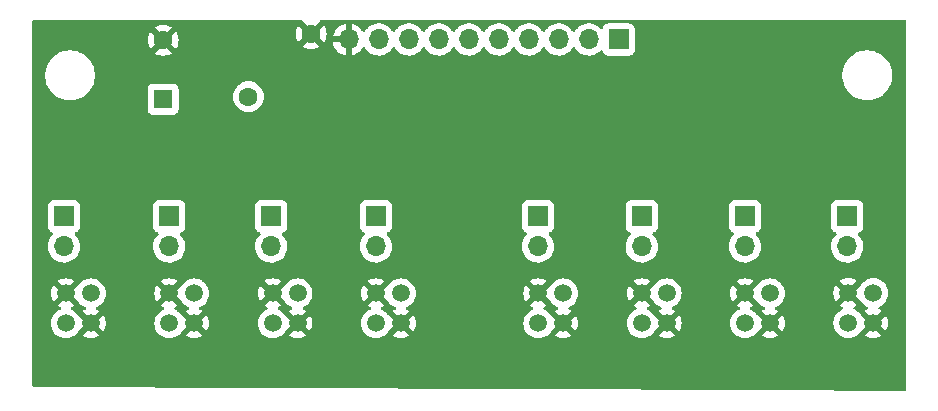
<source format=gbr>
%TF.GenerationSoftware,KiCad,Pcbnew,6.0.7-f9a2dced07~116~ubuntu20.04.1*%
%TF.CreationDate,2022-08-10T10:50:10-04:00*%
%TF.ProjectId,sensor_gnuiiium,73656e73-6f72-45f6-976e-75696969756d,rev?*%
%TF.SameCoordinates,Original*%
%TF.FileFunction,Copper,L2,Bot*%
%TF.FilePolarity,Positive*%
%FSLAX46Y46*%
G04 Gerber Fmt 4.6, Leading zero omitted, Abs format (unit mm)*
G04 Created by KiCad (PCBNEW 6.0.7-f9a2dced07~116~ubuntu20.04.1) date 2022-08-10 10:50:10*
%MOMM*%
%LPD*%
G01*
G04 APERTURE LIST*
G04 Aperture macros list*
%AMHorizOval*
0 Thick line with rounded ends*
0 $1 width*
0 $2 $3 position (X,Y) of the first rounded end (center of the circle)*
0 $4 $5 position (X,Y) of the second rounded end (center of the circle)*
0 Add line between two ends*
20,1,$1,$2,$3,$4,$5,0*
0 Add two circle primitives to create the rounded ends*
1,1,$1,$2,$3*
1,1,$1,$4,$5*%
G04 Aperture macros list end*
%TA.AperFunction,ComponentPad*%
%ADD10C,1.600000*%
%TD*%
%TA.AperFunction,ComponentPad*%
%ADD11HorizOval,1.600000X0.000000X0.000000X0.000000X0.000000X0*%
%TD*%
%TA.AperFunction,ComponentPad*%
%ADD12C,1.500000*%
%TD*%
%TA.AperFunction,ComponentPad*%
%ADD13R,1.700000X1.700000*%
%TD*%
%TA.AperFunction,ComponentPad*%
%ADD14O,1.700000X1.700000*%
%TD*%
%TA.AperFunction,ComponentPad*%
%ADD15R,1.600000X1.600000*%
%TD*%
G04 APERTURE END LIST*
D10*
%TO.P,C1,1*%
%TO.N,+3V3*%
X160650000Y-98325000D03*
D11*
%TO.P,C1,2*%
%TO.N,GND*%
X165953301Y-93021699D03*
%TD*%
D12*
%TO.P,U8,1*%
%TO.N,s7*%
X213555000Y-114960000D03*
%TO.P,U8,2*%
%TO.N,GND*%
X213555000Y-117500000D03*
%TO.P,U8,3*%
%TO.N,Net-(J8-Pad2)*%
X211445000Y-117500000D03*
%TO.P,U8,4*%
%TO.N,GND*%
X211445000Y-114960000D03*
%TD*%
%TO.P,U6,1*%
%TO.N,s5*%
X196055000Y-114980000D03*
%TO.P,U6,2*%
%TO.N,GND*%
X196055000Y-117520000D03*
%TO.P,U6,3*%
%TO.N,Net-(J6-Pad2)*%
X193945000Y-117520000D03*
%TO.P,U6,4*%
%TO.N,GND*%
X193945000Y-114980000D03*
%TD*%
D13*
%TO.P,J5,1,Pin_1*%
%TO.N,Net-(J5-Pad1)*%
X185166000Y-108478000D03*
D14*
%TO.P,J5,2,Pin_2*%
%TO.N,Net-(J5-Pad2)*%
X185166000Y-111018000D03*
%TD*%
D12*
%TO.P,U7,4*%
%TO.N,GND*%
X202695000Y-114980000D03*
%TO.P,U7,3*%
%TO.N,Net-(J7-Pad2)*%
X202695000Y-117520000D03*
%TO.P,U7,2*%
%TO.N,GND*%
X204805000Y-117520000D03*
%TO.P,U7,1*%
%TO.N,s6*%
X204805000Y-114980000D03*
%TD*%
%TO.P,U2,1*%
%TO.N,s1*%
X156055000Y-114980000D03*
%TO.P,U2,2*%
%TO.N,GND*%
X156055000Y-117520000D03*
%TO.P,U2,3*%
%TO.N,Net-(J2-Pad2)*%
X153945000Y-117520000D03*
%TO.P,U2,4*%
%TO.N,GND*%
X153945000Y-114980000D03*
%TD*%
D13*
%TO.P,J4,1,Pin_1*%
%TO.N,Net-(J4-Pad1)*%
X171450000Y-108478000D03*
D14*
%TO.P,J4,2,Pin_2*%
%TO.N,Net-(J4-Pad2)*%
X171450000Y-111018000D03*
%TD*%
D13*
%TO.P,J1,1,Pin_1*%
%TO.N,Net-(J1-Pad1)*%
X145034000Y-108478000D03*
D14*
%TO.P,J1,2,Pin_2*%
%TO.N,Net-(J1-Pad2)*%
X145034000Y-111018000D03*
%TD*%
D13*
%TO.P,J10,1,Pin_1*%
%TO.N,s7*%
X191994000Y-93497000D03*
D14*
%TO.P,J10,2,Pin_2*%
%TO.N,s6*%
X189454000Y-93497000D03*
%TO.P,J10,3,Pin_3*%
%TO.N,s5*%
X186914000Y-93497000D03*
%TO.P,J10,4,Pin_4*%
%TO.N,s4*%
X184374000Y-93497000D03*
%TO.P,J10,5,Pin_5*%
%TO.N,s3*%
X181834000Y-93497000D03*
%TO.P,J10,6,Pin_6*%
%TO.N,s2*%
X179294000Y-93497000D03*
%TO.P,J10,7,Pin_7*%
%TO.N,s1*%
X176754000Y-93497000D03*
%TO.P,J10,8,Pin_8*%
%TO.N,s0*%
X174214000Y-93497000D03*
%TO.P,J10,9,Pin_9*%
%TO.N,+3V3*%
X171674000Y-93497000D03*
%TO.P,J10,10,Pin_10*%
%TO.N,GND*%
X169134000Y-93497000D03*
%TD*%
D15*
%TO.P,C2,1*%
%TO.N,+3V3*%
X153425000Y-98552651D03*
D10*
%TO.P,C2,2*%
%TO.N,GND*%
X153425000Y-93552651D03*
%TD*%
D13*
%TO.P,J7,1,Pin_1*%
%TO.N,Net-(J7-Pad1)*%
X202692000Y-108478000D03*
D14*
%TO.P,J7,2,Pin_2*%
%TO.N,Net-(J7-Pad2)*%
X202692000Y-111018000D03*
%TD*%
D12*
%TO.P,U1,4*%
%TO.N,GND*%
X145195000Y-114980000D03*
%TO.P,U1,3*%
%TO.N,Net-(J1-Pad2)*%
X145195000Y-117520000D03*
%TO.P,U1,2*%
%TO.N,GND*%
X147305000Y-117520000D03*
%TO.P,U1,1*%
%TO.N,s0*%
X147305000Y-114980000D03*
%TD*%
%TO.P,U5,1*%
%TO.N,s4*%
X187305000Y-114980000D03*
%TO.P,U5,2*%
%TO.N,GND*%
X187305000Y-117520000D03*
%TO.P,U5,3*%
%TO.N,Net-(J5-Pad2)*%
X185195000Y-117520000D03*
%TO.P,U5,4*%
%TO.N,GND*%
X185195000Y-114980000D03*
%TD*%
%TO.P,U3,1*%
%TO.N,s2*%
X164805000Y-114980000D03*
%TO.P,U3,2*%
%TO.N,GND*%
X164805000Y-117520000D03*
%TO.P,U3,3*%
%TO.N,Net-(J3-Pad2)*%
X162695000Y-117520000D03*
%TO.P,U3,4*%
%TO.N,GND*%
X162695000Y-114980000D03*
%TD*%
D13*
%TO.P,J8,1,Pin_1*%
%TO.N,Net-(J8-Pad1)*%
X211353000Y-108478000D03*
D14*
%TO.P,J8,2,Pin_2*%
%TO.N,Net-(J8-Pad2)*%
X211353000Y-111018000D03*
%TD*%
D12*
%TO.P,U4,1*%
%TO.N,s3*%
X173555000Y-114980000D03*
%TO.P,U4,2*%
%TO.N,GND*%
X173555000Y-117520000D03*
%TO.P,U4,3*%
%TO.N,Net-(J4-Pad2)*%
X171445000Y-117520000D03*
%TO.P,U4,4*%
%TO.N,GND*%
X171445000Y-114980000D03*
%TD*%
D13*
%TO.P,J6,1,Pin_1*%
%TO.N,Net-(J6-Pad1)*%
X193954000Y-108478000D03*
D14*
%TO.P,J6,2,Pin_2*%
%TO.N,Net-(J6-Pad2)*%
X193954000Y-111018000D03*
%TD*%
D13*
%TO.P,J2,1,Pin_1*%
%TO.N,Net-(J2-Pad1)*%
X153949000Y-108478000D03*
D14*
%TO.P,J2,2,Pin_2*%
%TO.N,Net-(J2-Pad2)*%
X153949000Y-111018000D03*
%TD*%
D13*
%TO.P,J3,1,Pin_1*%
%TO.N,Net-(J3-Pad1)*%
X162585000Y-108478000D03*
D14*
%TO.P,J3,2,Pin_2*%
%TO.N,Net-(J3-Pad2)*%
X162585000Y-111018000D03*
%TD*%
%TA.AperFunction,Conductor*%
%TO.N,GND*%
G36*
X165172002Y-91828502D02*
G01*
X165218495Y-91882158D01*
X165224951Y-91921511D01*
X165238945Y-91948133D01*
X165940489Y-92649677D01*
X165954433Y-92657291D01*
X165956266Y-92657160D01*
X165962881Y-92652909D01*
X166668378Y-91947412D01*
X166680807Y-91924651D01*
X166691800Y-91874116D01*
X166742001Y-91823913D01*
X166802388Y-91808500D01*
X216214900Y-91808500D01*
X216283021Y-91828502D01*
X216329514Y-91882158D01*
X216340900Y-91934500D01*
X216340900Y-123145073D01*
X216320898Y-123213194D01*
X216267242Y-123259687D01*
X216214262Y-123271071D01*
X204324336Y-123210869D01*
X142483860Y-122897752D01*
X142415843Y-122877407D01*
X142369623Y-122823516D01*
X142358500Y-122771755D01*
X142358500Y-117520000D01*
X143931693Y-117520000D01*
X143950885Y-117739371D01*
X144007880Y-117952076D01*
X144010205Y-117957061D01*
X144098618Y-118146666D01*
X144098621Y-118146671D01*
X144100944Y-118151653D01*
X144104100Y-118156160D01*
X144104101Y-118156162D01*
X144215976Y-118315935D01*
X144227251Y-118332038D01*
X144382962Y-118487749D01*
X144563346Y-118614056D01*
X144762924Y-118707120D01*
X144975629Y-118764115D01*
X145195000Y-118783307D01*
X145414371Y-118764115D01*
X145627076Y-118707120D01*
X145826654Y-118614056D01*
X145889342Y-118570161D01*
X146619393Y-118570161D01*
X146628687Y-118582175D01*
X146669088Y-118610464D01*
X146678584Y-118615947D01*
X146868113Y-118704326D01*
X146878405Y-118708072D01*
X147080401Y-118762196D01*
X147091196Y-118764099D01*
X147299525Y-118782326D01*
X147310475Y-118782326D01*
X147518804Y-118764099D01*
X147529599Y-118762196D01*
X147731595Y-118708072D01*
X147741887Y-118704326D01*
X147931416Y-118615947D01*
X147940912Y-118610464D01*
X147982148Y-118581590D01*
X147990523Y-118571112D01*
X147983457Y-118557668D01*
X147317811Y-117892021D01*
X147303868Y-117884408D01*
X147302034Y-117884539D01*
X147295420Y-117888790D01*
X146625820Y-118558391D01*
X146619393Y-118570161D01*
X145889342Y-118570161D01*
X146007038Y-118487749D01*
X146162749Y-118332038D01*
X146174025Y-118315935D01*
X146232317Y-118232685D01*
X146254747Y-118212934D01*
X146253801Y-118211988D01*
X146932979Y-117532811D01*
X146939356Y-117521132D01*
X147669408Y-117521132D01*
X147669539Y-117522966D01*
X147673790Y-117529580D01*
X148343391Y-118199180D01*
X148355161Y-118205607D01*
X148367176Y-118196311D01*
X148395466Y-118155907D01*
X148400946Y-118146417D01*
X148489326Y-117956887D01*
X148493072Y-117946595D01*
X148547196Y-117744599D01*
X148549099Y-117733804D01*
X148567326Y-117525475D01*
X148567326Y-117520000D01*
X152681693Y-117520000D01*
X152700885Y-117739371D01*
X152757880Y-117952076D01*
X152760205Y-117957061D01*
X152848618Y-118146666D01*
X152848621Y-118146671D01*
X152850944Y-118151653D01*
X152854100Y-118156160D01*
X152854101Y-118156162D01*
X152965976Y-118315935D01*
X152977251Y-118332038D01*
X153132962Y-118487749D01*
X153313346Y-118614056D01*
X153512924Y-118707120D01*
X153725629Y-118764115D01*
X153945000Y-118783307D01*
X154164371Y-118764115D01*
X154377076Y-118707120D01*
X154576654Y-118614056D01*
X154639342Y-118570161D01*
X155369393Y-118570161D01*
X155378687Y-118582175D01*
X155419088Y-118610464D01*
X155428584Y-118615947D01*
X155618113Y-118704326D01*
X155628405Y-118708072D01*
X155830401Y-118762196D01*
X155841196Y-118764099D01*
X156049525Y-118782326D01*
X156060475Y-118782326D01*
X156268804Y-118764099D01*
X156279599Y-118762196D01*
X156481595Y-118708072D01*
X156491887Y-118704326D01*
X156681416Y-118615947D01*
X156690912Y-118610464D01*
X156732148Y-118581590D01*
X156740523Y-118571112D01*
X156733457Y-118557668D01*
X156067811Y-117892021D01*
X156053868Y-117884408D01*
X156052034Y-117884539D01*
X156045420Y-117888790D01*
X155375820Y-118558391D01*
X155369393Y-118570161D01*
X154639342Y-118570161D01*
X154757038Y-118487749D01*
X154912749Y-118332038D01*
X154924025Y-118315935D01*
X154982317Y-118232685D01*
X155004747Y-118212934D01*
X155003801Y-118211988D01*
X155682979Y-117532811D01*
X155689356Y-117521132D01*
X156419408Y-117521132D01*
X156419539Y-117522966D01*
X156423790Y-117529580D01*
X157093391Y-118199180D01*
X157105161Y-118205607D01*
X157117176Y-118196311D01*
X157145466Y-118155907D01*
X157150946Y-118146417D01*
X157239326Y-117956887D01*
X157243072Y-117946595D01*
X157297196Y-117744599D01*
X157299099Y-117733804D01*
X157317326Y-117525475D01*
X157317326Y-117520000D01*
X161431693Y-117520000D01*
X161450885Y-117739371D01*
X161507880Y-117952076D01*
X161510205Y-117957061D01*
X161598618Y-118146666D01*
X161598621Y-118146671D01*
X161600944Y-118151653D01*
X161604100Y-118156160D01*
X161604101Y-118156162D01*
X161715976Y-118315935D01*
X161727251Y-118332038D01*
X161882962Y-118487749D01*
X162063346Y-118614056D01*
X162262924Y-118707120D01*
X162475629Y-118764115D01*
X162695000Y-118783307D01*
X162914371Y-118764115D01*
X163127076Y-118707120D01*
X163326654Y-118614056D01*
X163389342Y-118570161D01*
X164119393Y-118570161D01*
X164128687Y-118582175D01*
X164169088Y-118610464D01*
X164178584Y-118615947D01*
X164368113Y-118704326D01*
X164378405Y-118708072D01*
X164580401Y-118762196D01*
X164591196Y-118764099D01*
X164799525Y-118782326D01*
X164810475Y-118782326D01*
X165018804Y-118764099D01*
X165029599Y-118762196D01*
X165231595Y-118708072D01*
X165241887Y-118704326D01*
X165431416Y-118615947D01*
X165440912Y-118610464D01*
X165482148Y-118581590D01*
X165490523Y-118571112D01*
X165483457Y-118557668D01*
X164817811Y-117892021D01*
X164803868Y-117884408D01*
X164802034Y-117884539D01*
X164795420Y-117888790D01*
X164125820Y-118558391D01*
X164119393Y-118570161D01*
X163389342Y-118570161D01*
X163507038Y-118487749D01*
X163662749Y-118332038D01*
X163674025Y-118315935D01*
X163732317Y-118232685D01*
X163754747Y-118212934D01*
X163753801Y-118211988D01*
X164432979Y-117532811D01*
X164439356Y-117521132D01*
X165169408Y-117521132D01*
X165169539Y-117522966D01*
X165173790Y-117529580D01*
X165843391Y-118199180D01*
X165855161Y-118205607D01*
X165867176Y-118196311D01*
X165895466Y-118155907D01*
X165900946Y-118146417D01*
X165989326Y-117956887D01*
X165993072Y-117946595D01*
X166047196Y-117744599D01*
X166049099Y-117733804D01*
X166067326Y-117525475D01*
X166067326Y-117520000D01*
X170181693Y-117520000D01*
X170200885Y-117739371D01*
X170257880Y-117952076D01*
X170260205Y-117957061D01*
X170348618Y-118146666D01*
X170348621Y-118146671D01*
X170350944Y-118151653D01*
X170354100Y-118156160D01*
X170354101Y-118156162D01*
X170465976Y-118315935D01*
X170477251Y-118332038D01*
X170632962Y-118487749D01*
X170813346Y-118614056D01*
X171012924Y-118707120D01*
X171225629Y-118764115D01*
X171445000Y-118783307D01*
X171664371Y-118764115D01*
X171877076Y-118707120D01*
X172076654Y-118614056D01*
X172139342Y-118570161D01*
X172869393Y-118570161D01*
X172878687Y-118582175D01*
X172919088Y-118610464D01*
X172928584Y-118615947D01*
X173118113Y-118704326D01*
X173128405Y-118708072D01*
X173330401Y-118762196D01*
X173341196Y-118764099D01*
X173549525Y-118782326D01*
X173560475Y-118782326D01*
X173768804Y-118764099D01*
X173779599Y-118762196D01*
X173981595Y-118708072D01*
X173991887Y-118704326D01*
X174181416Y-118615947D01*
X174190912Y-118610464D01*
X174232148Y-118581590D01*
X174240523Y-118571112D01*
X174233457Y-118557668D01*
X173567811Y-117892021D01*
X173553868Y-117884408D01*
X173552034Y-117884539D01*
X173545420Y-117888790D01*
X172875820Y-118558391D01*
X172869393Y-118570161D01*
X172139342Y-118570161D01*
X172257038Y-118487749D01*
X172412749Y-118332038D01*
X172424025Y-118315935D01*
X172482317Y-118232685D01*
X172504747Y-118212934D01*
X172503801Y-118211988D01*
X173182979Y-117532811D01*
X173189356Y-117521132D01*
X173919408Y-117521132D01*
X173919539Y-117522966D01*
X173923790Y-117529580D01*
X174593391Y-118199180D01*
X174605161Y-118205607D01*
X174617176Y-118196311D01*
X174645466Y-118155907D01*
X174650946Y-118146417D01*
X174739326Y-117956887D01*
X174743072Y-117946595D01*
X174797196Y-117744599D01*
X174799099Y-117733804D01*
X174817326Y-117525475D01*
X174817326Y-117520000D01*
X183931693Y-117520000D01*
X183950885Y-117739371D01*
X184007880Y-117952076D01*
X184010205Y-117957061D01*
X184098618Y-118146666D01*
X184098621Y-118146671D01*
X184100944Y-118151653D01*
X184104100Y-118156160D01*
X184104101Y-118156162D01*
X184215976Y-118315935D01*
X184227251Y-118332038D01*
X184382962Y-118487749D01*
X184563346Y-118614056D01*
X184762924Y-118707120D01*
X184975629Y-118764115D01*
X185195000Y-118783307D01*
X185414371Y-118764115D01*
X185627076Y-118707120D01*
X185826654Y-118614056D01*
X185889342Y-118570161D01*
X186619393Y-118570161D01*
X186628687Y-118582175D01*
X186669088Y-118610464D01*
X186678584Y-118615947D01*
X186868113Y-118704326D01*
X186878405Y-118708072D01*
X187080401Y-118762196D01*
X187091196Y-118764099D01*
X187299525Y-118782326D01*
X187310475Y-118782326D01*
X187518804Y-118764099D01*
X187529599Y-118762196D01*
X187731595Y-118708072D01*
X187741887Y-118704326D01*
X187931416Y-118615947D01*
X187940912Y-118610464D01*
X187982148Y-118581590D01*
X187990523Y-118571112D01*
X187983457Y-118557668D01*
X187317811Y-117892021D01*
X187303868Y-117884408D01*
X187302034Y-117884539D01*
X187295420Y-117888790D01*
X186625820Y-118558391D01*
X186619393Y-118570161D01*
X185889342Y-118570161D01*
X186007038Y-118487749D01*
X186162749Y-118332038D01*
X186174025Y-118315935D01*
X186232317Y-118232685D01*
X186254747Y-118212934D01*
X186253801Y-118211988D01*
X186932979Y-117532811D01*
X186939356Y-117521132D01*
X187669408Y-117521132D01*
X187669539Y-117522966D01*
X187673790Y-117529580D01*
X188343391Y-118199180D01*
X188355161Y-118205607D01*
X188367176Y-118196311D01*
X188395466Y-118155907D01*
X188400946Y-118146417D01*
X188489326Y-117956887D01*
X188493072Y-117946595D01*
X188547196Y-117744599D01*
X188549099Y-117733804D01*
X188567326Y-117525475D01*
X188567326Y-117520000D01*
X192681693Y-117520000D01*
X192700885Y-117739371D01*
X192757880Y-117952076D01*
X192760205Y-117957061D01*
X192848618Y-118146666D01*
X192848621Y-118146671D01*
X192850944Y-118151653D01*
X192854100Y-118156160D01*
X192854101Y-118156162D01*
X192965976Y-118315935D01*
X192977251Y-118332038D01*
X193132962Y-118487749D01*
X193313346Y-118614056D01*
X193512924Y-118707120D01*
X193725629Y-118764115D01*
X193945000Y-118783307D01*
X194164371Y-118764115D01*
X194377076Y-118707120D01*
X194576654Y-118614056D01*
X194639342Y-118570161D01*
X195369393Y-118570161D01*
X195378687Y-118582175D01*
X195419088Y-118610464D01*
X195428584Y-118615947D01*
X195618113Y-118704326D01*
X195628405Y-118708072D01*
X195830401Y-118762196D01*
X195841196Y-118764099D01*
X196049525Y-118782326D01*
X196060475Y-118782326D01*
X196268804Y-118764099D01*
X196279599Y-118762196D01*
X196481595Y-118708072D01*
X196491887Y-118704326D01*
X196681416Y-118615947D01*
X196690912Y-118610464D01*
X196732148Y-118581590D01*
X196740523Y-118571112D01*
X196733457Y-118557668D01*
X196067811Y-117892021D01*
X196053868Y-117884408D01*
X196052034Y-117884539D01*
X196045420Y-117888790D01*
X195375820Y-118558391D01*
X195369393Y-118570161D01*
X194639342Y-118570161D01*
X194757038Y-118487749D01*
X194912749Y-118332038D01*
X194924025Y-118315935D01*
X194982317Y-118232685D01*
X195004747Y-118212934D01*
X195003801Y-118211988D01*
X195682979Y-117532811D01*
X195689356Y-117521132D01*
X196419408Y-117521132D01*
X196419539Y-117522966D01*
X196423790Y-117529580D01*
X197093391Y-118199180D01*
X197105161Y-118205607D01*
X197117176Y-118196311D01*
X197145466Y-118155907D01*
X197150946Y-118146417D01*
X197239326Y-117956887D01*
X197243072Y-117946595D01*
X197297196Y-117744599D01*
X197299099Y-117733804D01*
X197317326Y-117525475D01*
X197317326Y-117520000D01*
X201431693Y-117520000D01*
X201450885Y-117739371D01*
X201507880Y-117952076D01*
X201510205Y-117957061D01*
X201598618Y-118146666D01*
X201598621Y-118146671D01*
X201600944Y-118151653D01*
X201604100Y-118156160D01*
X201604101Y-118156162D01*
X201715976Y-118315935D01*
X201727251Y-118332038D01*
X201882962Y-118487749D01*
X202063346Y-118614056D01*
X202262924Y-118707120D01*
X202475629Y-118764115D01*
X202695000Y-118783307D01*
X202914371Y-118764115D01*
X203127076Y-118707120D01*
X203326654Y-118614056D01*
X203389342Y-118570161D01*
X204119393Y-118570161D01*
X204128687Y-118582175D01*
X204169088Y-118610464D01*
X204178584Y-118615947D01*
X204368113Y-118704326D01*
X204378405Y-118708072D01*
X204580401Y-118762196D01*
X204591196Y-118764099D01*
X204799525Y-118782326D01*
X204810475Y-118782326D01*
X205018804Y-118764099D01*
X205029599Y-118762196D01*
X205231595Y-118708072D01*
X205241887Y-118704326D01*
X205431416Y-118615947D01*
X205440912Y-118610464D01*
X205482148Y-118581590D01*
X205490523Y-118571112D01*
X205483457Y-118557668D01*
X204817811Y-117892021D01*
X204803868Y-117884408D01*
X204802034Y-117884539D01*
X204795420Y-117888790D01*
X204125820Y-118558391D01*
X204119393Y-118570161D01*
X203389342Y-118570161D01*
X203507038Y-118487749D01*
X203662749Y-118332038D01*
X203674025Y-118315935D01*
X203732317Y-118232685D01*
X203754747Y-118212934D01*
X203753801Y-118211988D01*
X204432979Y-117532811D01*
X204439356Y-117521132D01*
X205169408Y-117521132D01*
X205169539Y-117522966D01*
X205173790Y-117529580D01*
X205843391Y-118199180D01*
X205855161Y-118205607D01*
X205867176Y-118196311D01*
X205895466Y-118155907D01*
X205900946Y-118146417D01*
X205989326Y-117956887D01*
X205993072Y-117946595D01*
X206047196Y-117744599D01*
X206049099Y-117733804D01*
X206067326Y-117525475D01*
X206067326Y-117514525D01*
X206066055Y-117500000D01*
X210181693Y-117500000D01*
X210200885Y-117719371D01*
X210257880Y-117932076D01*
X210269450Y-117956887D01*
X210348618Y-118126666D01*
X210348621Y-118126671D01*
X210350944Y-118131653D01*
X210354100Y-118136160D01*
X210354101Y-118136162D01*
X210407858Y-118212934D01*
X210477251Y-118312038D01*
X210632962Y-118467749D01*
X210637471Y-118470906D01*
X210637473Y-118470908D01*
X210666036Y-118490908D01*
X210813346Y-118594056D01*
X211012924Y-118687120D01*
X211225629Y-118744115D01*
X211445000Y-118763307D01*
X211664371Y-118744115D01*
X211877076Y-118687120D01*
X212076654Y-118594056D01*
X212139342Y-118550161D01*
X212869393Y-118550161D01*
X212878687Y-118562175D01*
X212919088Y-118590464D01*
X212928584Y-118595947D01*
X213118113Y-118684326D01*
X213128405Y-118688072D01*
X213330401Y-118742196D01*
X213341196Y-118744099D01*
X213549525Y-118762326D01*
X213560475Y-118762326D01*
X213768804Y-118744099D01*
X213779599Y-118742196D01*
X213981595Y-118688072D01*
X213991887Y-118684326D01*
X214181416Y-118595947D01*
X214190912Y-118590464D01*
X214232148Y-118561590D01*
X214240523Y-118551112D01*
X214233457Y-118537668D01*
X213567811Y-117872021D01*
X213553868Y-117864408D01*
X213552034Y-117864539D01*
X213545420Y-117868790D01*
X212875820Y-118538391D01*
X212869393Y-118550161D01*
X212139342Y-118550161D01*
X212223964Y-118490908D01*
X212252527Y-118470908D01*
X212252529Y-118470906D01*
X212257038Y-118467749D01*
X212412749Y-118312038D01*
X212482143Y-118212934D01*
X212482317Y-118212685D01*
X212504747Y-118192934D01*
X212503801Y-118191988D01*
X213182979Y-117512811D01*
X213189356Y-117501132D01*
X213919408Y-117501132D01*
X213919539Y-117502966D01*
X213923790Y-117509580D01*
X214593391Y-118179180D01*
X214605161Y-118185607D01*
X214617176Y-118176311D01*
X214645466Y-118135907D01*
X214650946Y-118126417D01*
X214739326Y-117936887D01*
X214743072Y-117926595D01*
X214797196Y-117724599D01*
X214799099Y-117713804D01*
X214817326Y-117505475D01*
X214817326Y-117494525D01*
X214799099Y-117286196D01*
X214797196Y-117275401D01*
X214743072Y-117073405D01*
X214739326Y-117063113D01*
X214650946Y-116873583D01*
X214645466Y-116864093D01*
X214616589Y-116822851D01*
X214606113Y-116814477D01*
X214592666Y-116821545D01*
X213927021Y-117487189D01*
X213919408Y-117501132D01*
X213189356Y-117501132D01*
X213190592Y-117498868D01*
X213190461Y-117497034D01*
X213186210Y-117490420D01*
X212503801Y-116808012D01*
X212504628Y-116807185D01*
X212482146Y-116787071D01*
X212415912Y-116692478D01*
X212415907Y-116692472D01*
X212412749Y-116687962D01*
X212257038Y-116532251D01*
X212076654Y-116405944D01*
X212071672Y-116403621D01*
X212071667Y-116403618D01*
X211943641Y-116343919D01*
X211890356Y-116297002D01*
X211870895Y-116228724D01*
X211891437Y-116160764D01*
X211943641Y-116115529D01*
X212071416Y-116055947D01*
X212080912Y-116050464D01*
X212122148Y-116021590D01*
X212130523Y-116011112D01*
X212123457Y-115997668D01*
X211457811Y-115332021D01*
X211443868Y-115324408D01*
X211442034Y-115324539D01*
X211435420Y-115328790D01*
X210765820Y-115998391D01*
X210759393Y-116010161D01*
X210768687Y-116022175D01*
X210809088Y-116050464D01*
X210818584Y-116055947D01*
X210946359Y-116115529D01*
X210999644Y-116162446D01*
X211019105Y-116230724D01*
X210998563Y-116298684D01*
X210946359Y-116343919D01*
X210818334Y-116403618D01*
X210818329Y-116403621D01*
X210813347Y-116405944D01*
X210808840Y-116409100D01*
X210808838Y-116409101D01*
X210637473Y-116529092D01*
X210637470Y-116529094D01*
X210632962Y-116532251D01*
X210477251Y-116687962D01*
X210474094Y-116692470D01*
X210474092Y-116692473D01*
X210354101Y-116863838D01*
X210350944Y-116868347D01*
X210348621Y-116873329D01*
X210348618Y-116873334D01*
X210339292Y-116893334D01*
X210257880Y-117067924D01*
X210200885Y-117280629D01*
X210181693Y-117500000D01*
X206066055Y-117500000D01*
X206049099Y-117306196D01*
X206047196Y-117295401D01*
X205993072Y-117093405D01*
X205989326Y-117083113D01*
X205900946Y-116893583D01*
X205895466Y-116884093D01*
X205866589Y-116842851D01*
X205856113Y-116834477D01*
X205842666Y-116841545D01*
X205177021Y-117507189D01*
X205169408Y-117521132D01*
X204439356Y-117521132D01*
X204440592Y-117518868D01*
X204440461Y-117517034D01*
X204436210Y-117510420D01*
X203753801Y-116828012D01*
X203754628Y-116827185D01*
X203732146Y-116807071D01*
X203665912Y-116712478D01*
X203665907Y-116712472D01*
X203662749Y-116707962D01*
X203507038Y-116552251D01*
X203478476Y-116532251D01*
X203389342Y-116469839D01*
X203326654Y-116425944D01*
X203321672Y-116423621D01*
X203321667Y-116423618D01*
X203193641Y-116363919D01*
X203140356Y-116317002D01*
X203120895Y-116248724D01*
X203141437Y-116180764D01*
X203193641Y-116135529D01*
X203321416Y-116075947D01*
X203330912Y-116070464D01*
X203372148Y-116041590D01*
X203380523Y-116031112D01*
X203373457Y-116017668D01*
X202707811Y-115352021D01*
X202693868Y-115344408D01*
X202692034Y-115344539D01*
X202685420Y-115348790D01*
X202015820Y-116018391D01*
X202009393Y-116030161D01*
X202018687Y-116042175D01*
X202059088Y-116070464D01*
X202068584Y-116075947D01*
X202196359Y-116135529D01*
X202249644Y-116182446D01*
X202269105Y-116250724D01*
X202248563Y-116318684D01*
X202196359Y-116363919D01*
X202068334Y-116423618D01*
X202068329Y-116423621D01*
X202063347Y-116425944D01*
X202058840Y-116429100D01*
X202058838Y-116429101D01*
X201887473Y-116549092D01*
X201887470Y-116549094D01*
X201882962Y-116552251D01*
X201727251Y-116707962D01*
X201724094Y-116712470D01*
X201724092Y-116712473D01*
X201618105Y-116863838D01*
X201600944Y-116888347D01*
X201598621Y-116893329D01*
X201598618Y-116893334D01*
X201598502Y-116893583D01*
X201507880Y-117087924D01*
X201450885Y-117300629D01*
X201431693Y-117520000D01*
X197317326Y-117520000D01*
X197317326Y-117514525D01*
X197299099Y-117306196D01*
X197297196Y-117295401D01*
X197243072Y-117093405D01*
X197239326Y-117083113D01*
X197150946Y-116893583D01*
X197145466Y-116884093D01*
X197116589Y-116842851D01*
X197106113Y-116834477D01*
X197092666Y-116841545D01*
X196427021Y-117507189D01*
X196419408Y-117521132D01*
X195689356Y-117521132D01*
X195690592Y-117518868D01*
X195690461Y-117517034D01*
X195686210Y-117510420D01*
X195003801Y-116828012D01*
X195004628Y-116827185D01*
X194982146Y-116807071D01*
X194915912Y-116712478D01*
X194915907Y-116712472D01*
X194912749Y-116707962D01*
X194757038Y-116552251D01*
X194728476Y-116532251D01*
X194639342Y-116469839D01*
X194576654Y-116425944D01*
X194571672Y-116423621D01*
X194571667Y-116423618D01*
X194443641Y-116363919D01*
X194390356Y-116317002D01*
X194370895Y-116248724D01*
X194391437Y-116180764D01*
X194443641Y-116135529D01*
X194571416Y-116075947D01*
X194580912Y-116070464D01*
X194622148Y-116041590D01*
X194630523Y-116031112D01*
X194623457Y-116017668D01*
X193957811Y-115352021D01*
X193943868Y-115344408D01*
X193942034Y-115344539D01*
X193935420Y-115348790D01*
X193265820Y-116018391D01*
X193259393Y-116030161D01*
X193268687Y-116042175D01*
X193309088Y-116070464D01*
X193318584Y-116075947D01*
X193446359Y-116135529D01*
X193499644Y-116182446D01*
X193519105Y-116250724D01*
X193498563Y-116318684D01*
X193446359Y-116363919D01*
X193318334Y-116423618D01*
X193318329Y-116423621D01*
X193313347Y-116425944D01*
X193308840Y-116429100D01*
X193308838Y-116429101D01*
X193137473Y-116549092D01*
X193137470Y-116549094D01*
X193132962Y-116552251D01*
X192977251Y-116707962D01*
X192974094Y-116712470D01*
X192974092Y-116712473D01*
X192868105Y-116863838D01*
X192850944Y-116888347D01*
X192848621Y-116893329D01*
X192848618Y-116893334D01*
X192848502Y-116893583D01*
X192757880Y-117087924D01*
X192700885Y-117300629D01*
X192681693Y-117520000D01*
X188567326Y-117520000D01*
X188567326Y-117514525D01*
X188549099Y-117306196D01*
X188547196Y-117295401D01*
X188493072Y-117093405D01*
X188489326Y-117083113D01*
X188400946Y-116893583D01*
X188395466Y-116884093D01*
X188366589Y-116842851D01*
X188356113Y-116834477D01*
X188342666Y-116841545D01*
X187677021Y-117507189D01*
X187669408Y-117521132D01*
X186939356Y-117521132D01*
X186940592Y-117518868D01*
X186940461Y-117517034D01*
X186936210Y-117510420D01*
X186253801Y-116828012D01*
X186254628Y-116827185D01*
X186232146Y-116807071D01*
X186165912Y-116712478D01*
X186165907Y-116712472D01*
X186162749Y-116707962D01*
X186007038Y-116552251D01*
X185978476Y-116532251D01*
X185889342Y-116469839D01*
X185826654Y-116425944D01*
X185821672Y-116423621D01*
X185821667Y-116423618D01*
X185693641Y-116363919D01*
X185640356Y-116317002D01*
X185620895Y-116248724D01*
X185641437Y-116180764D01*
X185693641Y-116135529D01*
X185821416Y-116075947D01*
X185830912Y-116070464D01*
X185872148Y-116041590D01*
X185880523Y-116031112D01*
X185873457Y-116017668D01*
X185207811Y-115352021D01*
X185193868Y-115344408D01*
X185192034Y-115344539D01*
X185185420Y-115348790D01*
X184515820Y-116018391D01*
X184509393Y-116030161D01*
X184518687Y-116042175D01*
X184559088Y-116070464D01*
X184568584Y-116075947D01*
X184696359Y-116135529D01*
X184749644Y-116182446D01*
X184769105Y-116250724D01*
X184748563Y-116318684D01*
X184696359Y-116363919D01*
X184568334Y-116423618D01*
X184568329Y-116423621D01*
X184563347Y-116425944D01*
X184558840Y-116429100D01*
X184558838Y-116429101D01*
X184387473Y-116549092D01*
X184387470Y-116549094D01*
X184382962Y-116552251D01*
X184227251Y-116707962D01*
X184224094Y-116712470D01*
X184224092Y-116712473D01*
X184118105Y-116863838D01*
X184100944Y-116888347D01*
X184098621Y-116893329D01*
X184098618Y-116893334D01*
X184098502Y-116893583D01*
X184007880Y-117087924D01*
X183950885Y-117300629D01*
X183931693Y-117520000D01*
X174817326Y-117520000D01*
X174817326Y-117514525D01*
X174799099Y-117306196D01*
X174797196Y-117295401D01*
X174743072Y-117093405D01*
X174739326Y-117083113D01*
X174650946Y-116893583D01*
X174645466Y-116884093D01*
X174616589Y-116842851D01*
X174606113Y-116834477D01*
X174592666Y-116841545D01*
X173927021Y-117507189D01*
X173919408Y-117521132D01*
X173189356Y-117521132D01*
X173190592Y-117518868D01*
X173190461Y-117517034D01*
X173186210Y-117510420D01*
X172503801Y-116828012D01*
X172504628Y-116827185D01*
X172482146Y-116807071D01*
X172415912Y-116712478D01*
X172415907Y-116712472D01*
X172412749Y-116707962D01*
X172257038Y-116552251D01*
X172228476Y-116532251D01*
X172139342Y-116469839D01*
X172076654Y-116425944D01*
X172071672Y-116423621D01*
X172071667Y-116423618D01*
X171943641Y-116363919D01*
X171890356Y-116317002D01*
X171870895Y-116248724D01*
X171891437Y-116180764D01*
X171943641Y-116135529D01*
X172071416Y-116075947D01*
X172080912Y-116070464D01*
X172122148Y-116041590D01*
X172130523Y-116031112D01*
X172123457Y-116017668D01*
X171457811Y-115352021D01*
X171443868Y-115344408D01*
X171442034Y-115344539D01*
X171435420Y-115348790D01*
X170765820Y-116018391D01*
X170759393Y-116030161D01*
X170768687Y-116042175D01*
X170809088Y-116070464D01*
X170818584Y-116075947D01*
X170946359Y-116135529D01*
X170999644Y-116182446D01*
X171019105Y-116250724D01*
X170998563Y-116318684D01*
X170946359Y-116363919D01*
X170818334Y-116423618D01*
X170818329Y-116423621D01*
X170813347Y-116425944D01*
X170808840Y-116429100D01*
X170808838Y-116429101D01*
X170637473Y-116549092D01*
X170637470Y-116549094D01*
X170632962Y-116552251D01*
X170477251Y-116707962D01*
X170474094Y-116712470D01*
X170474092Y-116712473D01*
X170368105Y-116863838D01*
X170350944Y-116888347D01*
X170348621Y-116893329D01*
X170348618Y-116893334D01*
X170348502Y-116893583D01*
X170257880Y-117087924D01*
X170200885Y-117300629D01*
X170181693Y-117520000D01*
X166067326Y-117520000D01*
X166067326Y-117514525D01*
X166049099Y-117306196D01*
X166047196Y-117295401D01*
X165993072Y-117093405D01*
X165989326Y-117083113D01*
X165900946Y-116893583D01*
X165895466Y-116884093D01*
X165866589Y-116842851D01*
X165856113Y-116834477D01*
X165842666Y-116841545D01*
X165177021Y-117507189D01*
X165169408Y-117521132D01*
X164439356Y-117521132D01*
X164440592Y-117518868D01*
X164440461Y-117517034D01*
X164436210Y-117510420D01*
X163753801Y-116828012D01*
X163754628Y-116827185D01*
X163732146Y-116807071D01*
X163665912Y-116712478D01*
X163665907Y-116712472D01*
X163662749Y-116707962D01*
X163507038Y-116552251D01*
X163478476Y-116532251D01*
X163389342Y-116469839D01*
X163326654Y-116425944D01*
X163321672Y-116423621D01*
X163321667Y-116423618D01*
X163193641Y-116363919D01*
X163140356Y-116317002D01*
X163120895Y-116248724D01*
X163141437Y-116180764D01*
X163193641Y-116135529D01*
X163321416Y-116075947D01*
X163330912Y-116070464D01*
X163372148Y-116041590D01*
X163380523Y-116031112D01*
X163373457Y-116017668D01*
X162707811Y-115352021D01*
X162693868Y-115344408D01*
X162692034Y-115344539D01*
X162685420Y-115348790D01*
X162015820Y-116018391D01*
X162009393Y-116030161D01*
X162018687Y-116042175D01*
X162059088Y-116070464D01*
X162068584Y-116075947D01*
X162196359Y-116135529D01*
X162249644Y-116182446D01*
X162269105Y-116250724D01*
X162248563Y-116318684D01*
X162196359Y-116363919D01*
X162068334Y-116423618D01*
X162068329Y-116423621D01*
X162063347Y-116425944D01*
X162058840Y-116429100D01*
X162058838Y-116429101D01*
X161887473Y-116549092D01*
X161887470Y-116549094D01*
X161882962Y-116552251D01*
X161727251Y-116707962D01*
X161724094Y-116712470D01*
X161724092Y-116712473D01*
X161618105Y-116863838D01*
X161600944Y-116888347D01*
X161598621Y-116893329D01*
X161598618Y-116893334D01*
X161598502Y-116893583D01*
X161507880Y-117087924D01*
X161450885Y-117300629D01*
X161431693Y-117520000D01*
X157317326Y-117520000D01*
X157317326Y-117514525D01*
X157299099Y-117306196D01*
X157297196Y-117295401D01*
X157243072Y-117093405D01*
X157239326Y-117083113D01*
X157150946Y-116893583D01*
X157145466Y-116884093D01*
X157116589Y-116842851D01*
X157106113Y-116834477D01*
X157092666Y-116841545D01*
X156427021Y-117507189D01*
X156419408Y-117521132D01*
X155689356Y-117521132D01*
X155690592Y-117518868D01*
X155690461Y-117517034D01*
X155686210Y-117510420D01*
X155003801Y-116828012D01*
X155004628Y-116827185D01*
X154982146Y-116807071D01*
X154915912Y-116712478D01*
X154915907Y-116712472D01*
X154912749Y-116707962D01*
X154757038Y-116552251D01*
X154728476Y-116532251D01*
X154639342Y-116469839D01*
X154576654Y-116425944D01*
X154571672Y-116423621D01*
X154571667Y-116423618D01*
X154443641Y-116363919D01*
X154390356Y-116317002D01*
X154370895Y-116248724D01*
X154391437Y-116180764D01*
X154443641Y-116135529D01*
X154571416Y-116075947D01*
X154580912Y-116070464D01*
X154622148Y-116041590D01*
X154630523Y-116031112D01*
X154623457Y-116017668D01*
X153957811Y-115352021D01*
X153943868Y-115344408D01*
X153942034Y-115344539D01*
X153935420Y-115348790D01*
X153265820Y-116018391D01*
X153259393Y-116030161D01*
X153268687Y-116042175D01*
X153309088Y-116070464D01*
X153318584Y-116075947D01*
X153446359Y-116135529D01*
X153499644Y-116182446D01*
X153519105Y-116250724D01*
X153498563Y-116318684D01*
X153446359Y-116363919D01*
X153318334Y-116423618D01*
X153318329Y-116423621D01*
X153313347Y-116425944D01*
X153308840Y-116429100D01*
X153308838Y-116429101D01*
X153137473Y-116549092D01*
X153137470Y-116549094D01*
X153132962Y-116552251D01*
X152977251Y-116707962D01*
X152974094Y-116712470D01*
X152974092Y-116712473D01*
X152868105Y-116863838D01*
X152850944Y-116888347D01*
X152848621Y-116893329D01*
X152848618Y-116893334D01*
X152848502Y-116893583D01*
X152757880Y-117087924D01*
X152700885Y-117300629D01*
X152681693Y-117520000D01*
X148567326Y-117520000D01*
X148567326Y-117514525D01*
X148549099Y-117306196D01*
X148547196Y-117295401D01*
X148493072Y-117093405D01*
X148489326Y-117083113D01*
X148400946Y-116893583D01*
X148395466Y-116884093D01*
X148366589Y-116842851D01*
X148356113Y-116834477D01*
X148342666Y-116841545D01*
X147677021Y-117507189D01*
X147669408Y-117521132D01*
X146939356Y-117521132D01*
X146940592Y-117518868D01*
X146940461Y-117517034D01*
X146936210Y-117510420D01*
X146253801Y-116828012D01*
X146254628Y-116827185D01*
X146232146Y-116807071D01*
X146165912Y-116712478D01*
X146165907Y-116712472D01*
X146162749Y-116707962D01*
X146007038Y-116552251D01*
X145978476Y-116532251D01*
X145889342Y-116469839D01*
X145826654Y-116425944D01*
X145821672Y-116423621D01*
X145821667Y-116423618D01*
X145693641Y-116363919D01*
X145640356Y-116317002D01*
X145620895Y-116248724D01*
X145641437Y-116180764D01*
X145693641Y-116135529D01*
X145821416Y-116075947D01*
X145830912Y-116070464D01*
X145872148Y-116041590D01*
X145880523Y-116031112D01*
X145873457Y-116017668D01*
X145207811Y-115352021D01*
X145193868Y-115344408D01*
X145192034Y-115344539D01*
X145185420Y-115348790D01*
X144515820Y-116018391D01*
X144509393Y-116030161D01*
X144518687Y-116042175D01*
X144559088Y-116070464D01*
X144568584Y-116075947D01*
X144696359Y-116135529D01*
X144749644Y-116182446D01*
X144769105Y-116250724D01*
X144748563Y-116318684D01*
X144696359Y-116363919D01*
X144568334Y-116423618D01*
X144568329Y-116423621D01*
X144563347Y-116425944D01*
X144558840Y-116429100D01*
X144558838Y-116429101D01*
X144387473Y-116549092D01*
X144387470Y-116549094D01*
X144382962Y-116552251D01*
X144227251Y-116707962D01*
X144224094Y-116712470D01*
X144224092Y-116712473D01*
X144118105Y-116863838D01*
X144100944Y-116888347D01*
X144098621Y-116893329D01*
X144098618Y-116893334D01*
X144098502Y-116893583D01*
X144007880Y-117087924D01*
X143950885Y-117300629D01*
X143931693Y-117520000D01*
X142358500Y-117520000D01*
X142358500Y-114985475D01*
X143932674Y-114985475D01*
X143950901Y-115193804D01*
X143952804Y-115204599D01*
X144006928Y-115406595D01*
X144010674Y-115416887D01*
X144099054Y-115606417D01*
X144104534Y-115615907D01*
X144133411Y-115657149D01*
X144143887Y-115665523D01*
X144157334Y-115658455D01*
X144822979Y-114992811D01*
X144829356Y-114981132D01*
X145559408Y-114981132D01*
X145559539Y-114982966D01*
X145563790Y-114989580D01*
X146246199Y-115671988D01*
X146245372Y-115672815D01*
X146267854Y-115692929D01*
X146334088Y-115787522D01*
X146334092Y-115787527D01*
X146337251Y-115792038D01*
X146492962Y-115947749D01*
X146673346Y-116074056D01*
X146678328Y-116076379D01*
X146678333Y-116076382D01*
X146806359Y-116136081D01*
X146859644Y-116182998D01*
X146879105Y-116251276D01*
X146858563Y-116319236D01*
X146806359Y-116364471D01*
X146678583Y-116424054D01*
X146669093Y-116429534D01*
X146627851Y-116458411D01*
X146619477Y-116468887D01*
X146626545Y-116482334D01*
X147292189Y-117147979D01*
X147306132Y-117155592D01*
X147307966Y-117155461D01*
X147314580Y-117151210D01*
X147984180Y-116481609D01*
X147990607Y-116469839D01*
X147981313Y-116457825D01*
X147940912Y-116429536D01*
X147931416Y-116424053D01*
X147803641Y-116364471D01*
X147750356Y-116317554D01*
X147730895Y-116249276D01*
X147751437Y-116181316D01*
X147803641Y-116136081D01*
X147931667Y-116076382D01*
X147931672Y-116076379D01*
X147936654Y-116074056D01*
X148117038Y-115947749D01*
X148272749Y-115792038D01*
X148275912Y-115787522D01*
X148395899Y-115616162D01*
X148395900Y-115616160D01*
X148399056Y-115611653D01*
X148401379Y-115606671D01*
X148401382Y-115606666D01*
X148489795Y-115417061D01*
X148492120Y-115412076D01*
X148549115Y-115199371D01*
X148567828Y-114985475D01*
X152682674Y-114985475D01*
X152700901Y-115193804D01*
X152702804Y-115204599D01*
X152756928Y-115406595D01*
X152760674Y-115416887D01*
X152849054Y-115606417D01*
X152854534Y-115615907D01*
X152883411Y-115657149D01*
X152893887Y-115665523D01*
X152907334Y-115658455D01*
X153572979Y-114992811D01*
X153579356Y-114981132D01*
X154309408Y-114981132D01*
X154309539Y-114982966D01*
X154313790Y-114989580D01*
X154996199Y-115671988D01*
X154995372Y-115672815D01*
X155017854Y-115692929D01*
X155084088Y-115787522D01*
X155084092Y-115787527D01*
X155087251Y-115792038D01*
X155242962Y-115947749D01*
X155423346Y-116074056D01*
X155428328Y-116076379D01*
X155428333Y-116076382D01*
X155556359Y-116136081D01*
X155609644Y-116182998D01*
X155629105Y-116251276D01*
X155608563Y-116319236D01*
X155556359Y-116364471D01*
X155428583Y-116424054D01*
X155419093Y-116429534D01*
X155377851Y-116458411D01*
X155369477Y-116468887D01*
X155376545Y-116482334D01*
X156042189Y-117147979D01*
X156056132Y-117155592D01*
X156057966Y-117155461D01*
X156064580Y-117151210D01*
X156734180Y-116481609D01*
X156740607Y-116469839D01*
X156731313Y-116457825D01*
X156690912Y-116429536D01*
X156681416Y-116424053D01*
X156553641Y-116364471D01*
X156500356Y-116317554D01*
X156480895Y-116249276D01*
X156501437Y-116181316D01*
X156553641Y-116136081D01*
X156681667Y-116076382D01*
X156681672Y-116076379D01*
X156686654Y-116074056D01*
X156867038Y-115947749D01*
X157022749Y-115792038D01*
X157025912Y-115787522D01*
X157145899Y-115616162D01*
X157145900Y-115616160D01*
X157149056Y-115611653D01*
X157151379Y-115606671D01*
X157151382Y-115606666D01*
X157239795Y-115417061D01*
X157242120Y-115412076D01*
X157299115Y-115199371D01*
X157317828Y-114985475D01*
X161432674Y-114985475D01*
X161450901Y-115193804D01*
X161452804Y-115204599D01*
X161506928Y-115406595D01*
X161510674Y-115416887D01*
X161599054Y-115606417D01*
X161604534Y-115615907D01*
X161633411Y-115657149D01*
X161643887Y-115665523D01*
X161657334Y-115658455D01*
X162322979Y-114992811D01*
X162329356Y-114981132D01*
X163059408Y-114981132D01*
X163059539Y-114982966D01*
X163063790Y-114989580D01*
X163746199Y-115671988D01*
X163745372Y-115672815D01*
X163767854Y-115692929D01*
X163834088Y-115787522D01*
X163834092Y-115787527D01*
X163837251Y-115792038D01*
X163992962Y-115947749D01*
X164173346Y-116074056D01*
X164178328Y-116076379D01*
X164178333Y-116076382D01*
X164306359Y-116136081D01*
X164359644Y-116182998D01*
X164379105Y-116251276D01*
X164358563Y-116319236D01*
X164306359Y-116364471D01*
X164178583Y-116424054D01*
X164169093Y-116429534D01*
X164127851Y-116458411D01*
X164119477Y-116468887D01*
X164126545Y-116482334D01*
X164792189Y-117147979D01*
X164806132Y-117155592D01*
X164807966Y-117155461D01*
X164814580Y-117151210D01*
X165484180Y-116481609D01*
X165490607Y-116469839D01*
X165481313Y-116457825D01*
X165440912Y-116429536D01*
X165431416Y-116424053D01*
X165303641Y-116364471D01*
X165250356Y-116317554D01*
X165230895Y-116249276D01*
X165251437Y-116181316D01*
X165303641Y-116136081D01*
X165431667Y-116076382D01*
X165431672Y-116076379D01*
X165436654Y-116074056D01*
X165617038Y-115947749D01*
X165772749Y-115792038D01*
X165775912Y-115787522D01*
X165895899Y-115616162D01*
X165895900Y-115616160D01*
X165899056Y-115611653D01*
X165901379Y-115606671D01*
X165901382Y-115606666D01*
X165989795Y-115417061D01*
X165992120Y-115412076D01*
X166049115Y-115199371D01*
X166067828Y-114985475D01*
X170182674Y-114985475D01*
X170200901Y-115193804D01*
X170202804Y-115204599D01*
X170256928Y-115406595D01*
X170260674Y-115416887D01*
X170349054Y-115606417D01*
X170354534Y-115615907D01*
X170383411Y-115657149D01*
X170393887Y-115665523D01*
X170407334Y-115658455D01*
X171072979Y-114992811D01*
X171079356Y-114981132D01*
X171809408Y-114981132D01*
X171809539Y-114982966D01*
X171813790Y-114989580D01*
X172496199Y-115671988D01*
X172495372Y-115672815D01*
X172517854Y-115692929D01*
X172584088Y-115787522D01*
X172584092Y-115787527D01*
X172587251Y-115792038D01*
X172742962Y-115947749D01*
X172923346Y-116074056D01*
X172928328Y-116076379D01*
X172928333Y-116076382D01*
X173056359Y-116136081D01*
X173109644Y-116182998D01*
X173129105Y-116251276D01*
X173108563Y-116319236D01*
X173056359Y-116364471D01*
X172928583Y-116424054D01*
X172919093Y-116429534D01*
X172877851Y-116458411D01*
X172869477Y-116468887D01*
X172876545Y-116482334D01*
X173542189Y-117147979D01*
X173556132Y-117155592D01*
X173557966Y-117155461D01*
X173564580Y-117151210D01*
X174234180Y-116481609D01*
X174240607Y-116469839D01*
X174231313Y-116457825D01*
X174190912Y-116429536D01*
X174181416Y-116424053D01*
X174053641Y-116364471D01*
X174000356Y-116317554D01*
X173980895Y-116249276D01*
X174001437Y-116181316D01*
X174053641Y-116136081D01*
X174181667Y-116076382D01*
X174181672Y-116076379D01*
X174186654Y-116074056D01*
X174367038Y-115947749D01*
X174522749Y-115792038D01*
X174525912Y-115787522D01*
X174645899Y-115616162D01*
X174645900Y-115616160D01*
X174649056Y-115611653D01*
X174651379Y-115606671D01*
X174651382Y-115606666D01*
X174739795Y-115417061D01*
X174742120Y-115412076D01*
X174799115Y-115199371D01*
X174817828Y-114985475D01*
X183932674Y-114985475D01*
X183950901Y-115193804D01*
X183952804Y-115204599D01*
X184006928Y-115406595D01*
X184010674Y-115416887D01*
X184099054Y-115606417D01*
X184104534Y-115615907D01*
X184133411Y-115657149D01*
X184143887Y-115665523D01*
X184157334Y-115658455D01*
X184822979Y-114992811D01*
X184829356Y-114981132D01*
X185559408Y-114981132D01*
X185559539Y-114982966D01*
X185563790Y-114989580D01*
X186246199Y-115671988D01*
X186245372Y-115672815D01*
X186267854Y-115692929D01*
X186334088Y-115787522D01*
X186334092Y-115787527D01*
X186337251Y-115792038D01*
X186492962Y-115947749D01*
X186673346Y-116074056D01*
X186678328Y-116076379D01*
X186678333Y-116076382D01*
X186806359Y-116136081D01*
X186859644Y-116182998D01*
X186879105Y-116251276D01*
X186858563Y-116319236D01*
X186806359Y-116364471D01*
X186678583Y-116424054D01*
X186669093Y-116429534D01*
X186627851Y-116458411D01*
X186619477Y-116468887D01*
X186626545Y-116482334D01*
X187292189Y-117147979D01*
X187306132Y-117155592D01*
X187307966Y-117155461D01*
X187314580Y-117151210D01*
X187984180Y-116481609D01*
X187990607Y-116469839D01*
X187981313Y-116457825D01*
X187940912Y-116429536D01*
X187931416Y-116424053D01*
X187803641Y-116364471D01*
X187750356Y-116317554D01*
X187730895Y-116249276D01*
X187751437Y-116181316D01*
X187803641Y-116136081D01*
X187931667Y-116076382D01*
X187931672Y-116076379D01*
X187936654Y-116074056D01*
X188117038Y-115947749D01*
X188272749Y-115792038D01*
X188275912Y-115787522D01*
X188395899Y-115616162D01*
X188395900Y-115616160D01*
X188399056Y-115611653D01*
X188401379Y-115606671D01*
X188401382Y-115606666D01*
X188489795Y-115417061D01*
X188492120Y-115412076D01*
X188549115Y-115199371D01*
X188567828Y-114985475D01*
X192682674Y-114985475D01*
X192700901Y-115193804D01*
X192702804Y-115204599D01*
X192756928Y-115406595D01*
X192760674Y-115416887D01*
X192849054Y-115606417D01*
X192854534Y-115615907D01*
X192883411Y-115657149D01*
X192893887Y-115665523D01*
X192907334Y-115658455D01*
X193572979Y-114992811D01*
X193579356Y-114981132D01*
X194309408Y-114981132D01*
X194309539Y-114982966D01*
X194313790Y-114989580D01*
X194996199Y-115671988D01*
X194995372Y-115672815D01*
X195017854Y-115692929D01*
X195084088Y-115787522D01*
X195084092Y-115787527D01*
X195087251Y-115792038D01*
X195242962Y-115947749D01*
X195423346Y-116074056D01*
X195428328Y-116076379D01*
X195428333Y-116076382D01*
X195556359Y-116136081D01*
X195609644Y-116182998D01*
X195629105Y-116251276D01*
X195608563Y-116319236D01*
X195556359Y-116364471D01*
X195428583Y-116424054D01*
X195419093Y-116429534D01*
X195377851Y-116458411D01*
X195369477Y-116468887D01*
X195376545Y-116482334D01*
X196042189Y-117147979D01*
X196056132Y-117155592D01*
X196057966Y-117155461D01*
X196064580Y-117151210D01*
X196734180Y-116481609D01*
X196740607Y-116469839D01*
X196731313Y-116457825D01*
X196690912Y-116429536D01*
X196681416Y-116424053D01*
X196553641Y-116364471D01*
X196500356Y-116317554D01*
X196480895Y-116249276D01*
X196501437Y-116181316D01*
X196553641Y-116136081D01*
X196681667Y-116076382D01*
X196681672Y-116076379D01*
X196686654Y-116074056D01*
X196867038Y-115947749D01*
X197022749Y-115792038D01*
X197025912Y-115787522D01*
X197145899Y-115616162D01*
X197145900Y-115616160D01*
X197149056Y-115611653D01*
X197151379Y-115606671D01*
X197151382Y-115606666D01*
X197239795Y-115417061D01*
X197242120Y-115412076D01*
X197299115Y-115199371D01*
X197317828Y-114985475D01*
X201432674Y-114985475D01*
X201450901Y-115193804D01*
X201452804Y-115204599D01*
X201506928Y-115406595D01*
X201510674Y-115416887D01*
X201599054Y-115606417D01*
X201604534Y-115615907D01*
X201633411Y-115657149D01*
X201643887Y-115665523D01*
X201657334Y-115658455D01*
X202322979Y-114992811D01*
X202329356Y-114981132D01*
X203059408Y-114981132D01*
X203059539Y-114982966D01*
X203063790Y-114989580D01*
X203746199Y-115671988D01*
X203745372Y-115672815D01*
X203767854Y-115692929D01*
X203834088Y-115787522D01*
X203834092Y-115787527D01*
X203837251Y-115792038D01*
X203992962Y-115947749D01*
X204173346Y-116074056D01*
X204178328Y-116076379D01*
X204178333Y-116076382D01*
X204306359Y-116136081D01*
X204359644Y-116182998D01*
X204379105Y-116251276D01*
X204358563Y-116319236D01*
X204306359Y-116364471D01*
X204178583Y-116424054D01*
X204169093Y-116429534D01*
X204127851Y-116458411D01*
X204119477Y-116468887D01*
X204126545Y-116482334D01*
X204792189Y-117147979D01*
X204806132Y-117155592D01*
X204807966Y-117155461D01*
X204814580Y-117151210D01*
X205484180Y-116481609D01*
X205490607Y-116469839D01*
X205481313Y-116457825D01*
X205440912Y-116429536D01*
X205431416Y-116424053D01*
X205303641Y-116364471D01*
X205250356Y-116317554D01*
X205230895Y-116249276D01*
X205251437Y-116181316D01*
X205303641Y-116136081D01*
X205431667Y-116076382D01*
X205431672Y-116076379D01*
X205436654Y-116074056D01*
X205617038Y-115947749D01*
X205772749Y-115792038D01*
X205775912Y-115787522D01*
X205895899Y-115616162D01*
X205895900Y-115616160D01*
X205899056Y-115611653D01*
X205901379Y-115606671D01*
X205901382Y-115606666D01*
X205989795Y-115417061D01*
X205992120Y-115412076D01*
X206049115Y-115199371D01*
X206068307Y-114980000D01*
X206067036Y-114965475D01*
X210182674Y-114965475D01*
X210200901Y-115173804D01*
X210202804Y-115184599D01*
X210256928Y-115386595D01*
X210260674Y-115396887D01*
X210349054Y-115586417D01*
X210354534Y-115595907D01*
X210383411Y-115637149D01*
X210393887Y-115645523D01*
X210407334Y-115638455D01*
X211072979Y-114972811D01*
X211079356Y-114961132D01*
X211809408Y-114961132D01*
X211809539Y-114962966D01*
X211813790Y-114969580D01*
X212496199Y-115651988D01*
X212495372Y-115652815D01*
X212517854Y-115672929D01*
X212584088Y-115767522D01*
X212584092Y-115767527D01*
X212587251Y-115772038D01*
X212742962Y-115927749D01*
X212747471Y-115930906D01*
X212747473Y-115930908D01*
X212776036Y-115950908D01*
X212923346Y-116054056D01*
X212928328Y-116056379D01*
X212928333Y-116056382D01*
X213056359Y-116116081D01*
X213109644Y-116162998D01*
X213129105Y-116231276D01*
X213108563Y-116299236D01*
X213056359Y-116344471D01*
X212928583Y-116404054D01*
X212919093Y-116409534D01*
X212877851Y-116438411D01*
X212869477Y-116448887D01*
X212876545Y-116462334D01*
X213542189Y-117127979D01*
X213556132Y-117135592D01*
X213557966Y-117135461D01*
X213564580Y-117131210D01*
X214234180Y-116461609D01*
X214240607Y-116449839D01*
X214231313Y-116437825D01*
X214190912Y-116409536D01*
X214181416Y-116404053D01*
X214053641Y-116344471D01*
X214000356Y-116297554D01*
X213980895Y-116229276D01*
X214001437Y-116161316D01*
X214053641Y-116116081D01*
X214181667Y-116056382D01*
X214181672Y-116056379D01*
X214186654Y-116054056D01*
X214333964Y-115950908D01*
X214362527Y-115930908D01*
X214362529Y-115930906D01*
X214367038Y-115927749D01*
X214522749Y-115772038D01*
X214525912Y-115767522D01*
X214645899Y-115596162D01*
X214645900Y-115596160D01*
X214649056Y-115591653D01*
X214651379Y-115586671D01*
X214651382Y-115586666D01*
X214730550Y-115416887D01*
X214742120Y-115392076D01*
X214799115Y-115179371D01*
X214818307Y-114960000D01*
X214799115Y-114740629D01*
X214742120Y-114527924D01*
X214660708Y-114353334D01*
X214651382Y-114333334D01*
X214651379Y-114333329D01*
X214649056Y-114328347D01*
X214645899Y-114323838D01*
X214525908Y-114152473D01*
X214525906Y-114152470D01*
X214522749Y-114147962D01*
X214367038Y-113992251D01*
X214186654Y-113865944D01*
X213987076Y-113772880D01*
X213774371Y-113715885D01*
X213555000Y-113696693D01*
X213335629Y-113715885D01*
X213122924Y-113772880D01*
X213080034Y-113792880D01*
X212928334Y-113863618D01*
X212928329Y-113863621D01*
X212923347Y-113865944D01*
X212918840Y-113869100D01*
X212918838Y-113869101D01*
X212747473Y-113989092D01*
X212747470Y-113989094D01*
X212742962Y-113992251D01*
X212587251Y-114147962D01*
X212584094Y-114152470D01*
X212584092Y-114152473D01*
X212517683Y-114247315D01*
X212495253Y-114267066D01*
X212496199Y-114268012D01*
X211817021Y-114947189D01*
X211809408Y-114961132D01*
X211079356Y-114961132D01*
X211080592Y-114958868D01*
X211080461Y-114957034D01*
X211076210Y-114950420D01*
X210406609Y-114280820D01*
X210394839Y-114274393D01*
X210382824Y-114283689D01*
X210354534Y-114324093D01*
X210349054Y-114333583D01*
X210260674Y-114523113D01*
X210256928Y-114533405D01*
X210202804Y-114735401D01*
X210200901Y-114746196D01*
X210182674Y-114954525D01*
X210182674Y-114965475D01*
X206067036Y-114965475D01*
X206049115Y-114760629D01*
X205992120Y-114547924D01*
X205901498Y-114353583D01*
X205901382Y-114353334D01*
X205901379Y-114353329D01*
X205899056Y-114348347D01*
X205842317Y-114267315D01*
X205775908Y-114172473D01*
X205775906Y-114172470D01*
X205772749Y-114167962D01*
X205617038Y-114012251D01*
X205588476Y-113992251D01*
X205499342Y-113929839D01*
X205469420Y-113908887D01*
X210759477Y-113908887D01*
X210766545Y-113922334D01*
X211432189Y-114587979D01*
X211446132Y-114595592D01*
X211447966Y-114595461D01*
X211454580Y-114591210D01*
X212124180Y-113921609D01*
X212130607Y-113909839D01*
X212121313Y-113897825D01*
X212080912Y-113869536D01*
X212071416Y-113864053D01*
X211881887Y-113775674D01*
X211871595Y-113771928D01*
X211669599Y-113717804D01*
X211658804Y-113715901D01*
X211450475Y-113697674D01*
X211439525Y-113697674D01*
X211231196Y-113715901D01*
X211220401Y-113717804D01*
X211018405Y-113771928D01*
X211008113Y-113775674D01*
X210818583Y-113864054D01*
X210809093Y-113869534D01*
X210767851Y-113898411D01*
X210759477Y-113908887D01*
X205469420Y-113908887D01*
X205436654Y-113885944D01*
X205237076Y-113792880D01*
X205024371Y-113735885D01*
X204805000Y-113716693D01*
X204585629Y-113735885D01*
X204372924Y-113792880D01*
X204279562Y-113836415D01*
X204178334Y-113883618D01*
X204178329Y-113883621D01*
X204173347Y-113885944D01*
X204168840Y-113889100D01*
X204168838Y-113889101D01*
X203997473Y-114009092D01*
X203997470Y-114009094D01*
X203992962Y-114012251D01*
X203837251Y-114167962D01*
X203834094Y-114172470D01*
X203834092Y-114172473D01*
X203767683Y-114267315D01*
X203745253Y-114287066D01*
X203746199Y-114288012D01*
X203067021Y-114967189D01*
X203059408Y-114981132D01*
X202329356Y-114981132D01*
X202330592Y-114978868D01*
X202330461Y-114977034D01*
X202326210Y-114970420D01*
X201656609Y-114300820D01*
X201644839Y-114294393D01*
X201632824Y-114303689D01*
X201604534Y-114344093D01*
X201599054Y-114353583D01*
X201510674Y-114543113D01*
X201506928Y-114553405D01*
X201452804Y-114755401D01*
X201450901Y-114766196D01*
X201432674Y-114974525D01*
X201432674Y-114985475D01*
X197317828Y-114985475D01*
X197318307Y-114980000D01*
X197299115Y-114760629D01*
X197242120Y-114547924D01*
X197151498Y-114353583D01*
X197151382Y-114353334D01*
X197151379Y-114353329D01*
X197149056Y-114348347D01*
X197092317Y-114267315D01*
X197025908Y-114172473D01*
X197025906Y-114172470D01*
X197022749Y-114167962D01*
X196867038Y-114012251D01*
X196838476Y-113992251D01*
X196749342Y-113929839D01*
X196747982Y-113928887D01*
X202009477Y-113928887D01*
X202016545Y-113942334D01*
X202682189Y-114607979D01*
X202696132Y-114615592D01*
X202697966Y-114615461D01*
X202704580Y-114611210D01*
X203374180Y-113941609D01*
X203380607Y-113929839D01*
X203371313Y-113917825D01*
X203330912Y-113889536D01*
X203321416Y-113884053D01*
X203131887Y-113795674D01*
X203121595Y-113791928D01*
X202919599Y-113737804D01*
X202908804Y-113735901D01*
X202700475Y-113717674D01*
X202689525Y-113717674D01*
X202481196Y-113735901D01*
X202470401Y-113737804D01*
X202268405Y-113791928D01*
X202258113Y-113795674D01*
X202068583Y-113884054D01*
X202059093Y-113889534D01*
X202017851Y-113918411D01*
X202009477Y-113928887D01*
X196747982Y-113928887D01*
X196686654Y-113885944D01*
X196487076Y-113792880D01*
X196274371Y-113735885D01*
X196055000Y-113716693D01*
X195835629Y-113735885D01*
X195622924Y-113792880D01*
X195529562Y-113836415D01*
X195428334Y-113883618D01*
X195428329Y-113883621D01*
X195423347Y-113885944D01*
X195418840Y-113889100D01*
X195418838Y-113889101D01*
X195247473Y-114009092D01*
X195247470Y-114009094D01*
X195242962Y-114012251D01*
X195087251Y-114167962D01*
X195084094Y-114172470D01*
X195084092Y-114172473D01*
X195017683Y-114267315D01*
X194995253Y-114287066D01*
X194996199Y-114288012D01*
X194317021Y-114967189D01*
X194309408Y-114981132D01*
X193579356Y-114981132D01*
X193580592Y-114978868D01*
X193580461Y-114977034D01*
X193576210Y-114970420D01*
X192906609Y-114300820D01*
X192894839Y-114294393D01*
X192882824Y-114303689D01*
X192854534Y-114344093D01*
X192849054Y-114353583D01*
X192760674Y-114543113D01*
X192756928Y-114553405D01*
X192702804Y-114755401D01*
X192700901Y-114766196D01*
X192682674Y-114974525D01*
X192682674Y-114985475D01*
X188567828Y-114985475D01*
X188568307Y-114980000D01*
X188549115Y-114760629D01*
X188492120Y-114547924D01*
X188401498Y-114353583D01*
X188401382Y-114353334D01*
X188401379Y-114353329D01*
X188399056Y-114348347D01*
X188342317Y-114267315D01*
X188275908Y-114172473D01*
X188275906Y-114172470D01*
X188272749Y-114167962D01*
X188117038Y-114012251D01*
X188088476Y-113992251D01*
X187999342Y-113929839D01*
X187997982Y-113928887D01*
X193259477Y-113928887D01*
X193266545Y-113942334D01*
X193932189Y-114607979D01*
X193946132Y-114615592D01*
X193947966Y-114615461D01*
X193954580Y-114611210D01*
X194624180Y-113941609D01*
X194630607Y-113929839D01*
X194621313Y-113917825D01*
X194580912Y-113889536D01*
X194571416Y-113884053D01*
X194381887Y-113795674D01*
X194371595Y-113791928D01*
X194169599Y-113737804D01*
X194158804Y-113735901D01*
X193950475Y-113717674D01*
X193939525Y-113717674D01*
X193731196Y-113735901D01*
X193720401Y-113737804D01*
X193518405Y-113791928D01*
X193508113Y-113795674D01*
X193318583Y-113884054D01*
X193309093Y-113889534D01*
X193267851Y-113918411D01*
X193259477Y-113928887D01*
X187997982Y-113928887D01*
X187936654Y-113885944D01*
X187737076Y-113792880D01*
X187524371Y-113735885D01*
X187305000Y-113716693D01*
X187085629Y-113735885D01*
X186872924Y-113792880D01*
X186779562Y-113836415D01*
X186678334Y-113883618D01*
X186678329Y-113883621D01*
X186673347Y-113885944D01*
X186668840Y-113889100D01*
X186668838Y-113889101D01*
X186497473Y-114009092D01*
X186497470Y-114009094D01*
X186492962Y-114012251D01*
X186337251Y-114167962D01*
X186334094Y-114172470D01*
X186334092Y-114172473D01*
X186267683Y-114267315D01*
X186245253Y-114287066D01*
X186246199Y-114288012D01*
X185567021Y-114967189D01*
X185559408Y-114981132D01*
X184829356Y-114981132D01*
X184830592Y-114978868D01*
X184830461Y-114977034D01*
X184826210Y-114970420D01*
X184156609Y-114300820D01*
X184144839Y-114294393D01*
X184132824Y-114303689D01*
X184104534Y-114344093D01*
X184099054Y-114353583D01*
X184010674Y-114543113D01*
X184006928Y-114553405D01*
X183952804Y-114755401D01*
X183950901Y-114766196D01*
X183932674Y-114974525D01*
X183932674Y-114985475D01*
X174817828Y-114985475D01*
X174818307Y-114980000D01*
X174799115Y-114760629D01*
X174742120Y-114547924D01*
X174651498Y-114353583D01*
X174651382Y-114353334D01*
X174651379Y-114353329D01*
X174649056Y-114348347D01*
X174592317Y-114267315D01*
X174525908Y-114172473D01*
X174525906Y-114172470D01*
X174522749Y-114167962D01*
X174367038Y-114012251D01*
X174338476Y-113992251D01*
X174249342Y-113929839D01*
X174247982Y-113928887D01*
X184509477Y-113928887D01*
X184516545Y-113942334D01*
X185182189Y-114607979D01*
X185196132Y-114615592D01*
X185197966Y-114615461D01*
X185204580Y-114611210D01*
X185874180Y-113941609D01*
X185880607Y-113929839D01*
X185871313Y-113917825D01*
X185830912Y-113889536D01*
X185821416Y-113884053D01*
X185631887Y-113795674D01*
X185621595Y-113791928D01*
X185419599Y-113737804D01*
X185408804Y-113735901D01*
X185200475Y-113717674D01*
X185189525Y-113717674D01*
X184981196Y-113735901D01*
X184970401Y-113737804D01*
X184768405Y-113791928D01*
X184758113Y-113795674D01*
X184568583Y-113884054D01*
X184559093Y-113889534D01*
X184517851Y-113918411D01*
X184509477Y-113928887D01*
X174247982Y-113928887D01*
X174186654Y-113885944D01*
X173987076Y-113792880D01*
X173774371Y-113735885D01*
X173555000Y-113716693D01*
X173335629Y-113735885D01*
X173122924Y-113792880D01*
X173029562Y-113836415D01*
X172928334Y-113883618D01*
X172928329Y-113883621D01*
X172923347Y-113885944D01*
X172918840Y-113889100D01*
X172918838Y-113889101D01*
X172747473Y-114009092D01*
X172747470Y-114009094D01*
X172742962Y-114012251D01*
X172587251Y-114167962D01*
X172584094Y-114172470D01*
X172584092Y-114172473D01*
X172517683Y-114267315D01*
X172495253Y-114287066D01*
X172496199Y-114288012D01*
X171817021Y-114967189D01*
X171809408Y-114981132D01*
X171079356Y-114981132D01*
X171080592Y-114978868D01*
X171080461Y-114977034D01*
X171076210Y-114970420D01*
X170406609Y-114300820D01*
X170394839Y-114294393D01*
X170382824Y-114303689D01*
X170354534Y-114344093D01*
X170349054Y-114353583D01*
X170260674Y-114543113D01*
X170256928Y-114553405D01*
X170202804Y-114755401D01*
X170200901Y-114766196D01*
X170182674Y-114974525D01*
X170182674Y-114985475D01*
X166067828Y-114985475D01*
X166068307Y-114980000D01*
X166049115Y-114760629D01*
X165992120Y-114547924D01*
X165901498Y-114353583D01*
X165901382Y-114353334D01*
X165901379Y-114353329D01*
X165899056Y-114348347D01*
X165842317Y-114267315D01*
X165775908Y-114172473D01*
X165775906Y-114172470D01*
X165772749Y-114167962D01*
X165617038Y-114012251D01*
X165588476Y-113992251D01*
X165499342Y-113929839D01*
X165497982Y-113928887D01*
X170759477Y-113928887D01*
X170766545Y-113942334D01*
X171432189Y-114607979D01*
X171446132Y-114615592D01*
X171447966Y-114615461D01*
X171454580Y-114611210D01*
X172124180Y-113941609D01*
X172130607Y-113929839D01*
X172121313Y-113917825D01*
X172080912Y-113889536D01*
X172071416Y-113884053D01*
X171881887Y-113795674D01*
X171871595Y-113791928D01*
X171669599Y-113737804D01*
X171658804Y-113735901D01*
X171450475Y-113717674D01*
X171439525Y-113717674D01*
X171231196Y-113735901D01*
X171220401Y-113737804D01*
X171018405Y-113791928D01*
X171008113Y-113795674D01*
X170818583Y-113884054D01*
X170809093Y-113889534D01*
X170767851Y-113918411D01*
X170759477Y-113928887D01*
X165497982Y-113928887D01*
X165436654Y-113885944D01*
X165237076Y-113792880D01*
X165024371Y-113735885D01*
X164805000Y-113716693D01*
X164585629Y-113735885D01*
X164372924Y-113792880D01*
X164279562Y-113836415D01*
X164178334Y-113883618D01*
X164178329Y-113883621D01*
X164173347Y-113885944D01*
X164168840Y-113889100D01*
X164168838Y-113889101D01*
X163997473Y-114009092D01*
X163997470Y-114009094D01*
X163992962Y-114012251D01*
X163837251Y-114167962D01*
X163834094Y-114172470D01*
X163834092Y-114172473D01*
X163767683Y-114267315D01*
X163745253Y-114287066D01*
X163746199Y-114288012D01*
X163067021Y-114967189D01*
X163059408Y-114981132D01*
X162329356Y-114981132D01*
X162330592Y-114978868D01*
X162330461Y-114977034D01*
X162326210Y-114970420D01*
X161656609Y-114300820D01*
X161644839Y-114294393D01*
X161632824Y-114303689D01*
X161604534Y-114344093D01*
X161599054Y-114353583D01*
X161510674Y-114543113D01*
X161506928Y-114553405D01*
X161452804Y-114755401D01*
X161450901Y-114766196D01*
X161432674Y-114974525D01*
X161432674Y-114985475D01*
X157317828Y-114985475D01*
X157318307Y-114980000D01*
X157299115Y-114760629D01*
X157242120Y-114547924D01*
X157151498Y-114353583D01*
X157151382Y-114353334D01*
X157151379Y-114353329D01*
X157149056Y-114348347D01*
X157092317Y-114267315D01*
X157025908Y-114172473D01*
X157025906Y-114172470D01*
X157022749Y-114167962D01*
X156867038Y-114012251D01*
X156838476Y-113992251D01*
X156749342Y-113929839D01*
X156747982Y-113928887D01*
X162009477Y-113928887D01*
X162016545Y-113942334D01*
X162682189Y-114607979D01*
X162696132Y-114615592D01*
X162697966Y-114615461D01*
X162704580Y-114611210D01*
X163374180Y-113941609D01*
X163380607Y-113929839D01*
X163371313Y-113917825D01*
X163330912Y-113889536D01*
X163321416Y-113884053D01*
X163131887Y-113795674D01*
X163121595Y-113791928D01*
X162919599Y-113737804D01*
X162908804Y-113735901D01*
X162700475Y-113717674D01*
X162689525Y-113717674D01*
X162481196Y-113735901D01*
X162470401Y-113737804D01*
X162268405Y-113791928D01*
X162258113Y-113795674D01*
X162068583Y-113884054D01*
X162059093Y-113889534D01*
X162017851Y-113918411D01*
X162009477Y-113928887D01*
X156747982Y-113928887D01*
X156686654Y-113885944D01*
X156487076Y-113792880D01*
X156274371Y-113735885D01*
X156055000Y-113716693D01*
X155835629Y-113735885D01*
X155622924Y-113792880D01*
X155529562Y-113836415D01*
X155428334Y-113883618D01*
X155428329Y-113883621D01*
X155423347Y-113885944D01*
X155418840Y-113889100D01*
X155418838Y-113889101D01*
X155247473Y-114009092D01*
X155247470Y-114009094D01*
X155242962Y-114012251D01*
X155087251Y-114167962D01*
X155084094Y-114172470D01*
X155084092Y-114172473D01*
X155017683Y-114267315D01*
X154995253Y-114287066D01*
X154996199Y-114288012D01*
X154317021Y-114967189D01*
X154309408Y-114981132D01*
X153579356Y-114981132D01*
X153580592Y-114978868D01*
X153580461Y-114977034D01*
X153576210Y-114970420D01*
X152906609Y-114300820D01*
X152894839Y-114294393D01*
X152882824Y-114303689D01*
X152854534Y-114344093D01*
X152849054Y-114353583D01*
X152760674Y-114543113D01*
X152756928Y-114553405D01*
X152702804Y-114755401D01*
X152700901Y-114766196D01*
X152682674Y-114974525D01*
X152682674Y-114985475D01*
X148567828Y-114985475D01*
X148568307Y-114980000D01*
X148549115Y-114760629D01*
X148492120Y-114547924D01*
X148401498Y-114353583D01*
X148401382Y-114353334D01*
X148401379Y-114353329D01*
X148399056Y-114348347D01*
X148342317Y-114267315D01*
X148275908Y-114172473D01*
X148275906Y-114172470D01*
X148272749Y-114167962D01*
X148117038Y-114012251D01*
X148088476Y-113992251D01*
X147999342Y-113929839D01*
X147997982Y-113928887D01*
X153259477Y-113928887D01*
X153266545Y-113942334D01*
X153932189Y-114607979D01*
X153946132Y-114615592D01*
X153947966Y-114615461D01*
X153954580Y-114611210D01*
X154624180Y-113941609D01*
X154630607Y-113929839D01*
X154621313Y-113917825D01*
X154580912Y-113889536D01*
X154571416Y-113884053D01*
X154381887Y-113795674D01*
X154371595Y-113791928D01*
X154169599Y-113737804D01*
X154158804Y-113735901D01*
X153950475Y-113717674D01*
X153939525Y-113717674D01*
X153731196Y-113735901D01*
X153720401Y-113737804D01*
X153518405Y-113791928D01*
X153508113Y-113795674D01*
X153318583Y-113884054D01*
X153309093Y-113889534D01*
X153267851Y-113918411D01*
X153259477Y-113928887D01*
X147997982Y-113928887D01*
X147936654Y-113885944D01*
X147737076Y-113792880D01*
X147524371Y-113735885D01*
X147305000Y-113716693D01*
X147085629Y-113735885D01*
X146872924Y-113792880D01*
X146779562Y-113836415D01*
X146678334Y-113883618D01*
X146678329Y-113883621D01*
X146673347Y-113885944D01*
X146668840Y-113889100D01*
X146668838Y-113889101D01*
X146497473Y-114009092D01*
X146497470Y-114009094D01*
X146492962Y-114012251D01*
X146337251Y-114167962D01*
X146334094Y-114172470D01*
X146334092Y-114172473D01*
X146267683Y-114267315D01*
X146245253Y-114287066D01*
X146246199Y-114288012D01*
X145567021Y-114967189D01*
X145559408Y-114981132D01*
X144829356Y-114981132D01*
X144830592Y-114978868D01*
X144830461Y-114977034D01*
X144826210Y-114970420D01*
X144156609Y-114300820D01*
X144144839Y-114294393D01*
X144132824Y-114303689D01*
X144104534Y-114344093D01*
X144099054Y-114353583D01*
X144010674Y-114543113D01*
X144006928Y-114553405D01*
X143952804Y-114755401D01*
X143950901Y-114766196D01*
X143932674Y-114974525D01*
X143932674Y-114985475D01*
X142358500Y-114985475D01*
X142358500Y-113928887D01*
X144509477Y-113928887D01*
X144516545Y-113942334D01*
X145182189Y-114607979D01*
X145196132Y-114615592D01*
X145197966Y-114615461D01*
X145204580Y-114611210D01*
X145874180Y-113941609D01*
X145880607Y-113929839D01*
X145871313Y-113917825D01*
X145830912Y-113889536D01*
X145821416Y-113884053D01*
X145631887Y-113795674D01*
X145621595Y-113791928D01*
X145419599Y-113737804D01*
X145408804Y-113735901D01*
X145200475Y-113717674D01*
X145189525Y-113717674D01*
X144981196Y-113735901D01*
X144970401Y-113737804D01*
X144768405Y-113791928D01*
X144758113Y-113795674D01*
X144568583Y-113884054D01*
X144559093Y-113889534D01*
X144517851Y-113918411D01*
X144509477Y-113928887D01*
X142358500Y-113928887D01*
X142358500Y-110984695D01*
X143671251Y-110984695D01*
X143671548Y-110989848D01*
X143671548Y-110989851D01*
X143677011Y-111084590D01*
X143684110Y-111207715D01*
X143685247Y-111212761D01*
X143685248Y-111212767D01*
X143705119Y-111300939D01*
X143733222Y-111425639D01*
X143817266Y-111632616D01*
X143933987Y-111823088D01*
X144080250Y-111991938D01*
X144252126Y-112134632D01*
X144445000Y-112247338D01*
X144653692Y-112327030D01*
X144658760Y-112328061D01*
X144658763Y-112328062D01*
X144766017Y-112349883D01*
X144872597Y-112371567D01*
X144877772Y-112371757D01*
X144877774Y-112371757D01*
X145090673Y-112379564D01*
X145090677Y-112379564D01*
X145095837Y-112379753D01*
X145100957Y-112379097D01*
X145100959Y-112379097D01*
X145312288Y-112352025D01*
X145312289Y-112352025D01*
X145317416Y-112351368D01*
X145322366Y-112349883D01*
X145526429Y-112288661D01*
X145526434Y-112288659D01*
X145531384Y-112287174D01*
X145731994Y-112188896D01*
X145913860Y-112059173D01*
X146072096Y-111901489D01*
X146131594Y-111818689D01*
X146199435Y-111724277D01*
X146202453Y-111720077D01*
X146301430Y-111519811D01*
X146366370Y-111306069D01*
X146395529Y-111084590D01*
X146397156Y-111018000D01*
X146394418Y-110984695D01*
X152586251Y-110984695D01*
X152586548Y-110989848D01*
X152586548Y-110989851D01*
X152592011Y-111084590D01*
X152599110Y-111207715D01*
X152600247Y-111212761D01*
X152600248Y-111212767D01*
X152620119Y-111300939D01*
X152648222Y-111425639D01*
X152732266Y-111632616D01*
X152848987Y-111823088D01*
X152995250Y-111991938D01*
X153167126Y-112134632D01*
X153360000Y-112247338D01*
X153568692Y-112327030D01*
X153573760Y-112328061D01*
X153573763Y-112328062D01*
X153681017Y-112349883D01*
X153787597Y-112371567D01*
X153792772Y-112371757D01*
X153792774Y-112371757D01*
X154005673Y-112379564D01*
X154005677Y-112379564D01*
X154010837Y-112379753D01*
X154015957Y-112379097D01*
X154015959Y-112379097D01*
X154227288Y-112352025D01*
X154227289Y-112352025D01*
X154232416Y-112351368D01*
X154237366Y-112349883D01*
X154441429Y-112288661D01*
X154441434Y-112288659D01*
X154446384Y-112287174D01*
X154646994Y-112188896D01*
X154828860Y-112059173D01*
X154987096Y-111901489D01*
X155046594Y-111818689D01*
X155114435Y-111724277D01*
X155117453Y-111720077D01*
X155216430Y-111519811D01*
X155281370Y-111306069D01*
X155310529Y-111084590D01*
X155312156Y-111018000D01*
X155309418Y-110984695D01*
X161222251Y-110984695D01*
X161222548Y-110989848D01*
X161222548Y-110989851D01*
X161228011Y-111084590D01*
X161235110Y-111207715D01*
X161236247Y-111212761D01*
X161236248Y-111212767D01*
X161256119Y-111300939D01*
X161284222Y-111425639D01*
X161368266Y-111632616D01*
X161484987Y-111823088D01*
X161631250Y-111991938D01*
X161803126Y-112134632D01*
X161996000Y-112247338D01*
X162204692Y-112327030D01*
X162209760Y-112328061D01*
X162209763Y-112328062D01*
X162317017Y-112349883D01*
X162423597Y-112371567D01*
X162428772Y-112371757D01*
X162428774Y-112371757D01*
X162641673Y-112379564D01*
X162641677Y-112379564D01*
X162646837Y-112379753D01*
X162651957Y-112379097D01*
X162651959Y-112379097D01*
X162863288Y-112352025D01*
X162863289Y-112352025D01*
X162868416Y-112351368D01*
X162873366Y-112349883D01*
X163077429Y-112288661D01*
X163077434Y-112288659D01*
X163082384Y-112287174D01*
X163282994Y-112188896D01*
X163464860Y-112059173D01*
X163623096Y-111901489D01*
X163682594Y-111818689D01*
X163750435Y-111724277D01*
X163753453Y-111720077D01*
X163852430Y-111519811D01*
X163917370Y-111306069D01*
X163946529Y-111084590D01*
X163948156Y-111018000D01*
X163945418Y-110984695D01*
X170087251Y-110984695D01*
X170087548Y-110989848D01*
X170087548Y-110989851D01*
X170093011Y-111084590D01*
X170100110Y-111207715D01*
X170101247Y-111212761D01*
X170101248Y-111212767D01*
X170121119Y-111300939D01*
X170149222Y-111425639D01*
X170233266Y-111632616D01*
X170349987Y-111823088D01*
X170496250Y-111991938D01*
X170668126Y-112134632D01*
X170861000Y-112247338D01*
X171069692Y-112327030D01*
X171074760Y-112328061D01*
X171074763Y-112328062D01*
X171182017Y-112349883D01*
X171288597Y-112371567D01*
X171293772Y-112371757D01*
X171293774Y-112371757D01*
X171506673Y-112379564D01*
X171506677Y-112379564D01*
X171511837Y-112379753D01*
X171516957Y-112379097D01*
X171516959Y-112379097D01*
X171728288Y-112352025D01*
X171728289Y-112352025D01*
X171733416Y-112351368D01*
X171738366Y-112349883D01*
X171942429Y-112288661D01*
X171942434Y-112288659D01*
X171947384Y-112287174D01*
X172147994Y-112188896D01*
X172329860Y-112059173D01*
X172488096Y-111901489D01*
X172547594Y-111818689D01*
X172615435Y-111724277D01*
X172618453Y-111720077D01*
X172717430Y-111519811D01*
X172782370Y-111306069D01*
X172811529Y-111084590D01*
X172813156Y-111018000D01*
X172810418Y-110984695D01*
X183803251Y-110984695D01*
X183803548Y-110989848D01*
X183803548Y-110989851D01*
X183809011Y-111084590D01*
X183816110Y-111207715D01*
X183817247Y-111212761D01*
X183817248Y-111212767D01*
X183837119Y-111300939D01*
X183865222Y-111425639D01*
X183949266Y-111632616D01*
X184065987Y-111823088D01*
X184212250Y-111991938D01*
X184384126Y-112134632D01*
X184577000Y-112247338D01*
X184785692Y-112327030D01*
X184790760Y-112328061D01*
X184790763Y-112328062D01*
X184898017Y-112349883D01*
X185004597Y-112371567D01*
X185009772Y-112371757D01*
X185009774Y-112371757D01*
X185222673Y-112379564D01*
X185222677Y-112379564D01*
X185227837Y-112379753D01*
X185232957Y-112379097D01*
X185232959Y-112379097D01*
X185444288Y-112352025D01*
X185444289Y-112352025D01*
X185449416Y-112351368D01*
X185454366Y-112349883D01*
X185658429Y-112288661D01*
X185658434Y-112288659D01*
X185663384Y-112287174D01*
X185863994Y-112188896D01*
X186045860Y-112059173D01*
X186204096Y-111901489D01*
X186263594Y-111818689D01*
X186331435Y-111724277D01*
X186334453Y-111720077D01*
X186433430Y-111519811D01*
X186498370Y-111306069D01*
X186527529Y-111084590D01*
X186529156Y-111018000D01*
X186526418Y-110984695D01*
X192591251Y-110984695D01*
X192591548Y-110989848D01*
X192591548Y-110989851D01*
X192597011Y-111084590D01*
X192604110Y-111207715D01*
X192605247Y-111212761D01*
X192605248Y-111212767D01*
X192625119Y-111300939D01*
X192653222Y-111425639D01*
X192737266Y-111632616D01*
X192853987Y-111823088D01*
X193000250Y-111991938D01*
X193172126Y-112134632D01*
X193365000Y-112247338D01*
X193573692Y-112327030D01*
X193578760Y-112328061D01*
X193578763Y-112328062D01*
X193686017Y-112349883D01*
X193792597Y-112371567D01*
X193797772Y-112371757D01*
X193797774Y-112371757D01*
X194010673Y-112379564D01*
X194010677Y-112379564D01*
X194015837Y-112379753D01*
X194020957Y-112379097D01*
X194020959Y-112379097D01*
X194232288Y-112352025D01*
X194232289Y-112352025D01*
X194237416Y-112351368D01*
X194242366Y-112349883D01*
X194446429Y-112288661D01*
X194446434Y-112288659D01*
X194451384Y-112287174D01*
X194651994Y-112188896D01*
X194833860Y-112059173D01*
X194992096Y-111901489D01*
X195051594Y-111818689D01*
X195119435Y-111724277D01*
X195122453Y-111720077D01*
X195221430Y-111519811D01*
X195286370Y-111306069D01*
X195315529Y-111084590D01*
X195317156Y-111018000D01*
X195314418Y-110984695D01*
X201329251Y-110984695D01*
X201329548Y-110989848D01*
X201329548Y-110989851D01*
X201335011Y-111084590D01*
X201342110Y-111207715D01*
X201343247Y-111212761D01*
X201343248Y-111212767D01*
X201363119Y-111300939D01*
X201391222Y-111425639D01*
X201475266Y-111632616D01*
X201591987Y-111823088D01*
X201738250Y-111991938D01*
X201910126Y-112134632D01*
X202103000Y-112247338D01*
X202311692Y-112327030D01*
X202316760Y-112328061D01*
X202316763Y-112328062D01*
X202424017Y-112349883D01*
X202530597Y-112371567D01*
X202535772Y-112371757D01*
X202535774Y-112371757D01*
X202748673Y-112379564D01*
X202748677Y-112379564D01*
X202753837Y-112379753D01*
X202758957Y-112379097D01*
X202758959Y-112379097D01*
X202970288Y-112352025D01*
X202970289Y-112352025D01*
X202975416Y-112351368D01*
X202980366Y-112349883D01*
X203184429Y-112288661D01*
X203184434Y-112288659D01*
X203189384Y-112287174D01*
X203389994Y-112188896D01*
X203571860Y-112059173D01*
X203730096Y-111901489D01*
X203789594Y-111818689D01*
X203857435Y-111724277D01*
X203860453Y-111720077D01*
X203959430Y-111519811D01*
X204024370Y-111306069D01*
X204053529Y-111084590D01*
X204055156Y-111018000D01*
X204052418Y-110984695D01*
X209990251Y-110984695D01*
X209990548Y-110989848D01*
X209990548Y-110989851D01*
X209996011Y-111084590D01*
X210003110Y-111207715D01*
X210004247Y-111212761D01*
X210004248Y-111212767D01*
X210024119Y-111300939D01*
X210052222Y-111425639D01*
X210136266Y-111632616D01*
X210252987Y-111823088D01*
X210399250Y-111991938D01*
X210571126Y-112134632D01*
X210764000Y-112247338D01*
X210972692Y-112327030D01*
X210977760Y-112328061D01*
X210977763Y-112328062D01*
X211085017Y-112349883D01*
X211191597Y-112371567D01*
X211196772Y-112371757D01*
X211196774Y-112371757D01*
X211409673Y-112379564D01*
X211409677Y-112379564D01*
X211414837Y-112379753D01*
X211419957Y-112379097D01*
X211419959Y-112379097D01*
X211631288Y-112352025D01*
X211631289Y-112352025D01*
X211636416Y-112351368D01*
X211641366Y-112349883D01*
X211845429Y-112288661D01*
X211845434Y-112288659D01*
X211850384Y-112287174D01*
X212050994Y-112188896D01*
X212232860Y-112059173D01*
X212391096Y-111901489D01*
X212450594Y-111818689D01*
X212518435Y-111724277D01*
X212521453Y-111720077D01*
X212620430Y-111519811D01*
X212685370Y-111306069D01*
X212714529Y-111084590D01*
X212716156Y-111018000D01*
X212697852Y-110795361D01*
X212643431Y-110578702D01*
X212554354Y-110373840D01*
X212433014Y-110186277D01*
X212429532Y-110182450D01*
X212285798Y-110024488D01*
X212254746Y-109960642D01*
X212263141Y-109890143D01*
X212308317Y-109835375D01*
X212334761Y-109821706D01*
X212441297Y-109781767D01*
X212449705Y-109778615D01*
X212566261Y-109691261D01*
X212653615Y-109574705D01*
X212704745Y-109438316D01*
X212711500Y-109376134D01*
X212711500Y-107579866D01*
X212704745Y-107517684D01*
X212653615Y-107381295D01*
X212566261Y-107264739D01*
X212449705Y-107177385D01*
X212313316Y-107126255D01*
X212251134Y-107119500D01*
X210454866Y-107119500D01*
X210392684Y-107126255D01*
X210256295Y-107177385D01*
X210139739Y-107264739D01*
X210052385Y-107381295D01*
X210001255Y-107517684D01*
X209994500Y-107579866D01*
X209994500Y-109376134D01*
X210001255Y-109438316D01*
X210052385Y-109574705D01*
X210139739Y-109691261D01*
X210256295Y-109778615D01*
X210264704Y-109781767D01*
X210264705Y-109781768D01*
X210373451Y-109822535D01*
X210430216Y-109865176D01*
X210454916Y-109931738D01*
X210439709Y-110001087D01*
X210420316Y-110027568D01*
X210293629Y-110160138D01*
X210167743Y-110344680D01*
X210073688Y-110547305D01*
X210013989Y-110762570D01*
X209990251Y-110984695D01*
X204052418Y-110984695D01*
X204036852Y-110795361D01*
X203982431Y-110578702D01*
X203893354Y-110373840D01*
X203772014Y-110186277D01*
X203768532Y-110182450D01*
X203624798Y-110024488D01*
X203593746Y-109960642D01*
X203602141Y-109890143D01*
X203647317Y-109835375D01*
X203673761Y-109821706D01*
X203780297Y-109781767D01*
X203788705Y-109778615D01*
X203905261Y-109691261D01*
X203992615Y-109574705D01*
X204043745Y-109438316D01*
X204050500Y-109376134D01*
X204050500Y-107579866D01*
X204043745Y-107517684D01*
X203992615Y-107381295D01*
X203905261Y-107264739D01*
X203788705Y-107177385D01*
X203652316Y-107126255D01*
X203590134Y-107119500D01*
X201793866Y-107119500D01*
X201731684Y-107126255D01*
X201595295Y-107177385D01*
X201478739Y-107264739D01*
X201391385Y-107381295D01*
X201340255Y-107517684D01*
X201333500Y-107579866D01*
X201333500Y-109376134D01*
X201340255Y-109438316D01*
X201391385Y-109574705D01*
X201478739Y-109691261D01*
X201595295Y-109778615D01*
X201603704Y-109781767D01*
X201603705Y-109781768D01*
X201712451Y-109822535D01*
X201769216Y-109865176D01*
X201793916Y-109931738D01*
X201778709Y-110001087D01*
X201759316Y-110027568D01*
X201632629Y-110160138D01*
X201506743Y-110344680D01*
X201412688Y-110547305D01*
X201352989Y-110762570D01*
X201329251Y-110984695D01*
X195314418Y-110984695D01*
X195298852Y-110795361D01*
X195244431Y-110578702D01*
X195155354Y-110373840D01*
X195034014Y-110186277D01*
X195030532Y-110182450D01*
X194886798Y-110024488D01*
X194855746Y-109960642D01*
X194864141Y-109890143D01*
X194909317Y-109835375D01*
X194935761Y-109821706D01*
X195042297Y-109781767D01*
X195050705Y-109778615D01*
X195167261Y-109691261D01*
X195254615Y-109574705D01*
X195305745Y-109438316D01*
X195312500Y-109376134D01*
X195312500Y-107579866D01*
X195305745Y-107517684D01*
X195254615Y-107381295D01*
X195167261Y-107264739D01*
X195050705Y-107177385D01*
X194914316Y-107126255D01*
X194852134Y-107119500D01*
X193055866Y-107119500D01*
X192993684Y-107126255D01*
X192857295Y-107177385D01*
X192740739Y-107264739D01*
X192653385Y-107381295D01*
X192602255Y-107517684D01*
X192595500Y-107579866D01*
X192595500Y-109376134D01*
X192602255Y-109438316D01*
X192653385Y-109574705D01*
X192740739Y-109691261D01*
X192857295Y-109778615D01*
X192865704Y-109781767D01*
X192865705Y-109781768D01*
X192974451Y-109822535D01*
X193031216Y-109865176D01*
X193055916Y-109931738D01*
X193040709Y-110001087D01*
X193021316Y-110027568D01*
X192894629Y-110160138D01*
X192768743Y-110344680D01*
X192674688Y-110547305D01*
X192614989Y-110762570D01*
X192591251Y-110984695D01*
X186526418Y-110984695D01*
X186510852Y-110795361D01*
X186456431Y-110578702D01*
X186367354Y-110373840D01*
X186246014Y-110186277D01*
X186242532Y-110182450D01*
X186098798Y-110024488D01*
X186067746Y-109960642D01*
X186076141Y-109890143D01*
X186121317Y-109835375D01*
X186147761Y-109821706D01*
X186254297Y-109781767D01*
X186262705Y-109778615D01*
X186379261Y-109691261D01*
X186466615Y-109574705D01*
X186517745Y-109438316D01*
X186524500Y-109376134D01*
X186524500Y-107579866D01*
X186517745Y-107517684D01*
X186466615Y-107381295D01*
X186379261Y-107264739D01*
X186262705Y-107177385D01*
X186126316Y-107126255D01*
X186064134Y-107119500D01*
X184267866Y-107119500D01*
X184205684Y-107126255D01*
X184069295Y-107177385D01*
X183952739Y-107264739D01*
X183865385Y-107381295D01*
X183814255Y-107517684D01*
X183807500Y-107579866D01*
X183807500Y-109376134D01*
X183814255Y-109438316D01*
X183865385Y-109574705D01*
X183952739Y-109691261D01*
X184069295Y-109778615D01*
X184077704Y-109781767D01*
X184077705Y-109781768D01*
X184186451Y-109822535D01*
X184243216Y-109865176D01*
X184267916Y-109931738D01*
X184252709Y-110001087D01*
X184233316Y-110027568D01*
X184106629Y-110160138D01*
X183980743Y-110344680D01*
X183886688Y-110547305D01*
X183826989Y-110762570D01*
X183803251Y-110984695D01*
X172810418Y-110984695D01*
X172794852Y-110795361D01*
X172740431Y-110578702D01*
X172651354Y-110373840D01*
X172530014Y-110186277D01*
X172526532Y-110182450D01*
X172382798Y-110024488D01*
X172351746Y-109960642D01*
X172360141Y-109890143D01*
X172405317Y-109835375D01*
X172431761Y-109821706D01*
X172538297Y-109781767D01*
X172546705Y-109778615D01*
X172663261Y-109691261D01*
X172750615Y-109574705D01*
X172801745Y-109438316D01*
X172808500Y-109376134D01*
X172808500Y-107579866D01*
X172801745Y-107517684D01*
X172750615Y-107381295D01*
X172663261Y-107264739D01*
X172546705Y-107177385D01*
X172410316Y-107126255D01*
X172348134Y-107119500D01*
X170551866Y-107119500D01*
X170489684Y-107126255D01*
X170353295Y-107177385D01*
X170236739Y-107264739D01*
X170149385Y-107381295D01*
X170098255Y-107517684D01*
X170091500Y-107579866D01*
X170091500Y-109376134D01*
X170098255Y-109438316D01*
X170149385Y-109574705D01*
X170236739Y-109691261D01*
X170353295Y-109778615D01*
X170361704Y-109781767D01*
X170361705Y-109781768D01*
X170470451Y-109822535D01*
X170527216Y-109865176D01*
X170551916Y-109931738D01*
X170536709Y-110001087D01*
X170517316Y-110027568D01*
X170390629Y-110160138D01*
X170264743Y-110344680D01*
X170170688Y-110547305D01*
X170110989Y-110762570D01*
X170087251Y-110984695D01*
X163945418Y-110984695D01*
X163929852Y-110795361D01*
X163875431Y-110578702D01*
X163786354Y-110373840D01*
X163665014Y-110186277D01*
X163661532Y-110182450D01*
X163517798Y-110024488D01*
X163486746Y-109960642D01*
X163495141Y-109890143D01*
X163540317Y-109835375D01*
X163566761Y-109821706D01*
X163673297Y-109781767D01*
X163681705Y-109778615D01*
X163798261Y-109691261D01*
X163885615Y-109574705D01*
X163936745Y-109438316D01*
X163943500Y-109376134D01*
X163943500Y-107579866D01*
X163936745Y-107517684D01*
X163885615Y-107381295D01*
X163798261Y-107264739D01*
X163681705Y-107177385D01*
X163545316Y-107126255D01*
X163483134Y-107119500D01*
X161686866Y-107119500D01*
X161624684Y-107126255D01*
X161488295Y-107177385D01*
X161371739Y-107264739D01*
X161284385Y-107381295D01*
X161233255Y-107517684D01*
X161226500Y-107579866D01*
X161226500Y-109376134D01*
X161233255Y-109438316D01*
X161284385Y-109574705D01*
X161371739Y-109691261D01*
X161488295Y-109778615D01*
X161496704Y-109781767D01*
X161496705Y-109781768D01*
X161605451Y-109822535D01*
X161662216Y-109865176D01*
X161686916Y-109931738D01*
X161671709Y-110001087D01*
X161652316Y-110027568D01*
X161525629Y-110160138D01*
X161399743Y-110344680D01*
X161305688Y-110547305D01*
X161245989Y-110762570D01*
X161222251Y-110984695D01*
X155309418Y-110984695D01*
X155293852Y-110795361D01*
X155239431Y-110578702D01*
X155150354Y-110373840D01*
X155029014Y-110186277D01*
X155025532Y-110182450D01*
X154881798Y-110024488D01*
X154850746Y-109960642D01*
X154859141Y-109890143D01*
X154904317Y-109835375D01*
X154930761Y-109821706D01*
X155037297Y-109781767D01*
X155045705Y-109778615D01*
X155162261Y-109691261D01*
X155249615Y-109574705D01*
X155300745Y-109438316D01*
X155307500Y-109376134D01*
X155307500Y-107579866D01*
X155300745Y-107517684D01*
X155249615Y-107381295D01*
X155162261Y-107264739D01*
X155045705Y-107177385D01*
X154909316Y-107126255D01*
X154847134Y-107119500D01*
X153050866Y-107119500D01*
X152988684Y-107126255D01*
X152852295Y-107177385D01*
X152735739Y-107264739D01*
X152648385Y-107381295D01*
X152597255Y-107517684D01*
X152590500Y-107579866D01*
X152590500Y-109376134D01*
X152597255Y-109438316D01*
X152648385Y-109574705D01*
X152735739Y-109691261D01*
X152852295Y-109778615D01*
X152860704Y-109781767D01*
X152860705Y-109781768D01*
X152969451Y-109822535D01*
X153026216Y-109865176D01*
X153050916Y-109931738D01*
X153035709Y-110001087D01*
X153016316Y-110027568D01*
X152889629Y-110160138D01*
X152763743Y-110344680D01*
X152669688Y-110547305D01*
X152609989Y-110762570D01*
X152586251Y-110984695D01*
X146394418Y-110984695D01*
X146378852Y-110795361D01*
X146324431Y-110578702D01*
X146235354Y-110373840D01*
X146114014Y-110186277D01*
X146110532Y-110182450D01*
X145966798Y-110024488D01*
X145935746Y-109960642D01*
X145944141Y-109890143D01*
X145989317Y-109835375D01*
X146015761Y-109821706D01*
X146122297Y-109781767D01*
X146130705Y-109778615D01*
X146247261Y-109691261D01*
X146334615Y-109574705D01*
X146385745Y-109438316D01*
X146392500Y-109376134D01*
X146392500Y-107579866D01*
X146385745Y-107517684D01*
X146334615Y-107381295D01*
X146247261Y-107264739D01*
X146130705Y-107177385D01*
X145994316Y-107126255D01*
X145932134Y-107119500D01*
X144135866Y-107119500D01*
X144073684Y-107126255D01*
X143937295Y-107177385D01*
X143820739Y-107264739D01*
X143733385Y-107381295D01*
X143682255Y-107517684D01*
X143675500Y-107579866D01*
X143675500Y-109376134D01*
X143682255Y-109438316D01*
X143733385Y-109574705D01*
X143820739Y-109691261D01*
X143937295Y-109778615D01*
X143945704Y-109781767D01*
X143945705Y-109781768D01*
X144054451Y-109822535D01*
X144111216Y-109865176D01*
X144135916Y-109931738D01*
X144120709Y-110001087D01*
X144101316Y-110027568D01*
X143974629Y-110160138D01*
X143848743Y-110344680D01*
X143754688Y-110547305D01*
X143694989Y-110762570D01*
X143671251Y-110984695D01*
X142358500Y-110984695D01*
X142358500Y-99400785D01*
X152116500Y-99400785D01*
X152123255Y-99462967D01*
X152174385Y-99599356D01*
X152261739Y-99715912D01*
X152378295Y-99803266D01*
X152514684Y-99854396D01*
X152576866Y-99861151D01*
X154273134Y-99861151D01*
X154335316Y-99854396D01*
X154471705Y-99803266D01*
X154588261Y-99715912D01*
X154675615Y-99599356D01*
X154726745Y-99462967D01*
X154733500Y-99400785D01*
X154733500Y-98325000D01*
X159336502Y-98325000D01*
X159356457Y-98553087D01*
X159357881Y-98558400D01*
X159357881Y-98558402D01*
X159377193Y-98630473D01*
X159415716Y-98774243D01*
X159418039Y-98779224D01*
X159418039Y-98779225D01*
X159510151Y-98976762D01*
X159510154Y-98976767D01*
X159512477Y-98981749D01*
X159643802Y-99169300D01*
X159805700Y-99331198D01*
X159810208Y-99334355D01*
X159810211Y-99334357D01*
X159888389Y-99389098D01*
X159993251Y-99462523D01*
X159998233Y-99464846D01*
X159998238Y-99464849D01*
X160195775Y-99556961D01*
X160200757Y-99559284D01*
X160206065Y-99560706D01*
X160206067Y-99560707D01*
X160416598Y-99617119D01*
X160416600Y-99617119D01*
X160421913Y-99618543D01*
X160650000Y-99638498D01*
X160878087Y-99618543D01*
X160883400Y-99617119D01*
X160883402Y-99617119D01*
X161093933Y-99560707D01*
X161093935Y-99560706D01*
X161099243Y-99559284D01*
X161104225Y-99556961D01*
X161301762Y-99464849D01*
X161301767Y-99464846D01*
X161306749Y-99462523D01*
X161411611Y-99389098D01*
X161489789Y-99334357D01*
X161489792Y-99334355D01*
X161494300Y-99331198D01*
X161656198Y-99169300D01*
X161787523Y-98981749D01*
X161789846Y-98976767D01*
X161789849Y-98976762D01*
X161881961Y-98779225D01*
X161881961Y-98779224D01*
X161884284Y-98774243D01*
X161922808Y-98630473D01*
X161942119Y-98558402D01*
X161942119Y-98558400D01*
X161943543Y-98553087D01*
X161963498Y-98325000D01*
X161943543Y-98096913D01*
X161908767Y-97967128D01*
X161885707Y-97881067D01*
X161885706Y-97881065D01*
X161884284Y-97875757D01*
X161823828Y-97746108D01*
X161789849Y-97673238D01*
X161789846Y-97673233D01*
X161787523Y-97668251D01*
X161714098Y-97563389D01*
X161659357Y-97485211D01*
X161659355Y-97485208D01*
X161656198Y-97480700D01*
X161494300Y-97318802D01*
X161489792Y-97315645D01*
X161489789Y-97315643D01*
X161397335Y-97250906D01*
X161306749Y-97187477D01*
X161301767Y-97185154D01*
X161301762Y-97185151D01*
X161104225Y-97093039D01*
X161104224Y-97093039D01*
X161099243Y-97090716D01*
X161093935Y-97089294D01*
X161093933Y-97089293D01*
X160883402Y-97032881D01*
X160883400Y-97032881D01*
X160878087Y-97031457D01*
X160650000Y-97011502D01*
X160421913Y-97031457D01*
X160416600Y-97032881D01*
X160416598Y-97032881D01*
X160206067Y-97089293D01*
X160206065Y-97089294D01*
X160200757Y-97090716D01*
X160195776Y-97093039D01*
X160195775Y-97093039D01*
X159998238Y-97185151D01*
X159998233Y-97185154D01*
X159993251Y-97187477D01*
X159902665Y-97250906D01*
X159810211Y-97315643D01*
X159810208Y-97315645D01*
X159805700Y-97318802D01*
X159643802Y-97480700D01*
X159640645Y-97485208D01*
X159640643Y-97485211D01*
X159585902Y-97563389D01*
X159512477Y-97668251D01*
X159510154Y-97673233D01*
X159510151Y-97673238D01*
X159476172Y-97746108D01*
X159415716Y-97875757D01*
X159414294Y-97881065D01*
X159414293Y-97881067D01*
X159391233Y-97967128D01*
X159356457Y-98096913D01*
X159336502Y-98325000D01*
X154733500Y-98325000D01*
X154733500Y-97704517D01*
X154726745Y-97642335D01*
X154675615Y-97505946D01*
X154588261Y-97389390D01*
X154471705Y-97302036D01*
X154335316Y-97250906D01*
X154273134Y-97244151D01*
X152576866Y-97244151D01*
X152514684Y-97250906D01*
X152378295Y-97302036D01*
X152261739Y-97389390D01*
X152174385Y-97505946D01*
X152123255Y-97642335D01*
X152116500Y-97704517D01*
X152116500Y-99400785D01*
X142358500Y-99400785D01*
X142358500Y-96669303D01*
X143434743Y-96669303D01*
X143472268Y-96954334D01*
X143548129Y-97231636D01*
X143549813Y-97235584D01*
X143656289Y-97485211D01*
X143660923Y-97496076D01*
X143808561Y-97742761D01*
X143988313Y-97967128D01*
X144196851Y-98165023D01*
X144430317Y-98332786D01*
X144434112Y-98334795D01*
X144434113Y-98334796D01*
X144455869Y-98346315D01*
X144684392Y-98467312D01*
X144954373Y-98566111D01*
X145235264Y-98627355D01*
X145263841Y-98629604D01*
X145458282Y-98644907D01*
X145458291Y-98644907D01*
X145460739Y-98645100D01*
X145616271Y-98645100D01*
X145618407Y-98644954D01*
X145618418Y-98644954D01*
X145826548Y-98630765D01*
X145826554Y-98630764D01*
X145830825Y-98630473D01*
X145835020Y-98629604D01*
X145835022Y-98629604D01*
X145971583Y-98601324D01*
X146112342Y-98572174D01*
X146383343Y-98476207D01*
X146638812Y-98344350D01*
X146642313Y-98341889D01*
X146642317Y-98341887D01*
X146756417Y-98261696D01*
X146874023Y-98179041D01*
X147084622Y-97983340D01*
X147266713Y-97760868D01*
X147416927Y-97515742D01*
X147532483Y-97252498D01*
X147550106Y-97190634D01*
X147610068Y-96980134D01*
X147611244Y-96976006D01*
X147651751Y-96691384D01*
X147651845Y-96673551D01*
X147651867Y-96669303D01*
X210934743Y-96669303D01*
X210972268Y-96954334D01*
X211048129Y-97231636D01*
X211049813Y-97235584D01*
X211156289Y-97485211D01*
X211160923Y-97496076D01*
X211308561Y-97742761D01*
X211488313Y-97967128D01*
X211696851Y-98165023D01*
X211930317Y-98332786D01*
X211934112Y-98334795D01*
X211934113Y-98334796D01*
X211955869Y-98346315D01*
X212184392Y-98467312D01*
X212454373Y-98566111D01*
X212735264Y-98627355D01*
X212763841Y-98629604D01*
X212958282Y-98644907D01*
X212958291Y-98644907D01*
X212960739Y-98645100D01*
X213116271Y-98645100D01*
X213118407Y-98644954D01*
X213118418Y-98644954D01*
X213326548Y-98630765D01*
X213326554Y-98630764D01*
X213330825Y-98630473D01*
X213335020Y-98629604D01*
X213335022Y-98629604D01*
X213471583Y-98601324D01*
X213612342Y-98572174D01*
X213883343Y-98476207D01*
X214138812Y-98344350D01*
X214142313Y-98341889D01*
X214142317Y-98341887D01*
X214256417Y-98261696D01*
X214374023Y-98179041D01*
X214584622Y-97983340D01*
X214766713Y-97760868D01*
X214916927Y-97515742D01*
X215032483Y-97252498D01*
X215050106Y-97190634D01*
X215110068Y-96980134D01*
X215111244Y-96976006D01*
X215151751Y-96691384D01*
X215151845Y-96673551D01*
X215153235Y-96408183D01*
X215153235Y-96408176D01*
X215153257Y-96403897D01*
X215115732Y-96118866D01*
X215039871Y-95841564D01*
X214927077Y-95577124D01*
X214779439Y-95330439D01*
X214599687Y-95106072D01*
X214391149Y-94908177D01*
X214157683Y-94740414D01*
X214135843Y-94728850D01*
X214024201Y-94669739D01*
X213903608Y-94605888D01*
X213768617Y-94556488D01*
X213637658Y-94508564D01*
X213637656Y-94508563D01*
X213633627Y-94507089D01*
X213352736Y-94445845D01*
X213321685Y-94443401D01*
X213129718Y-94428293D01*
X213129709Y-94428293D01*
X213127261Y-94428100D01*
X212971729Y-94428100D01*
X212969593Y-94428246D01*
X212969582Y-94428246D01*
X212761452Y-94442435D01*
X212761446Y-94442436D01*
X212757175Y-94442727D01*
X212752980Y-94443596D01*
X212752978Y-94443596D01*
X212724662Y-94449460D01*
X212475658Y-94501026D01*
X212204657Y-94596993D01*
X211949188Y-94728850D01*
X211945687Y-94731311D01*
X211945683Y-94731313D01*
X211870517Y-94784141D01*
X211713977Y-94894159D01*
X211503378Y-95089860D01*
X211321287Y-95312332D01*
X211171073Y-95557458D01*
X211055517Y-95820702D01*
X210976756Y-96097194D01*
X210936249Y-96381816D01*
X210936227Y-96386105D01*
X210936226Y-96386112D01*
X210934765Y-96665017D01*
X210934743Y-96669303D01*
X147651867Y-96669303D01*
X147653235Y-96408183D01*
X147653235Y-96408176D01*
X147653257Y-96403897D01*
X147615732Y-96118866D01*
X147539871Y-95841564D01*
X147427077Y-95577124D01*
X147279439Y-95330439D01*
X147099687Y-95106072D01*
X146891149Y-94908177D01*
X146657683Y-94740414D01*
X146635843Y-94728850D01*
X146524201Y-94669739D01*
X146465603Y-94638713D01*
X152703493Y-94638713D01*
X152712789Y-94650728D01*
X152763994Y-94686582D01*
X152773489Y-94692065D01*
X152970947Y-94784141D01*
X152981239Y-94787887D01*
X153191688Y-94844276D01*
X153202481Y-94846179D01*
X153419525Y-94865168D01*
X153430475Y-94865168D01*
X153647519Y-94846179D01*
X153658312Y-94844276D01*
X153868761Y-94787887D01*
X153879053Y-94784141D01*
X154076511Y-94692065D01*
X154086006Y-94686582D01*
X154138048Y-94650142D01*
X154146424Y-94639663D01*
X154139356Y-94626217D01*
X153437812Y-93924673D01*
X153423868Y-93917059D01*
X153422035Y-93917190D01*
X153415420Y-93921441D01*
X152709923Y-94626938D01*
X152703493Y-94638713D01*
X146465603Y-94638713D01*
X146403608Y-94605888D01*
X146268617Y-94556488D01*
X146137658Y-94508564D01*
X146137656Y-94508563D01*
X146133627Y-94507089D01*
X145852736Y-94445845D01*
X145821685Y-94443401D01*
X145629718Y-94428293D01*
X145629709Y-94428293D01*
X145627261Y-94428100D01*
X145471729Y-94428100D01*
X145469593Y-94428246D01*
X145469582Y-94428246D01*
X145261452Y-94442435D01*
X145261446Y-94442436D01*
X145257175Y-94442727D01*
X145252980Y-94443596D01*
X145252978Y-94443596D01*
X145224662Y-94449460D01*
X144975658Y-94501026D01*
X144704657Y-94596993D01*
X144449188Y-94728850D01*
X144445687Y-94731311D01*
X144445683Y-94731313D01*
X144370517Y-94784141D01*
X144213977Y-94894159D01*
X144003378Y-95089860D01*
X143821287Y-95312332D01*
X143671073Y-95557458D01*
X143555517Y-95820702D01*
X143476756Y-96097194D01*
X143436249Y-96381816D01*
X143436227Y-96386105D01*
X143436226Y-96386112D01*
X143434765Y-96665017D01*
X143434743Y-96669303D01*
X142358500Y-96669303D01*
X142358500Y-93558126D01*
X152112483Y-93558126D01*
X152131472Y-93775170D01*
X152133375Y-93785963D01*
X152189764Y-93996412D01*
X152193510Y-94006704D01*
X152285586Y-94204162D01*
X152291069Y-94213657D01*
X152327509Y-94265699D01*
X152337988Y-94274075D01*
X152351434Y-94267007D01*
X153052978Y-93565463D01*
X153059356Y-93553783D01*
X153789408Y-93553783D01*
X153789539Y-93555616D01*
X153793790Y-93562231D01*
X154499287Y-94267728D01*
X154511062Y-94274158D01*
X154523077Y-94264862D01*
X154558931Y-94213657D01*
X154564414Y-94204162D01*
X154609366Y-94107761D01*
X165231794Y-94107761D01*
X165241090Y-94119776D01*
X165292295Y-94155630D01*
X165301790Y-94161113D01*
X165499248Y-94253189D01*
X165509540Y-94256935D01*
X165719989Y-94313324D01*
X165730782Y-94315227D01*
X165947826Y-94334216D01*
X165958776Y-94334216D01*
X166175820Y-94315227D01*
X166186613Y-94313324D01*
X166397062Y-94256935D01*
X166407354Y-94253189D01*
X166604812Y-94161113D01*
X166614307Y-94155630D01*
X166666349Y-94119190D01*
X166674725Y-94108711D01*
X166667657Y-94095265D01*
X166337358Y-93764966D01*
X167802257Y-93764966D01*
X167832565Y-93899446D01*
X167835645Y-93909275D01*
X167915770Y-94106603D01*
X167920413Y-94115794D01*
X168031694Y-94297388D01*
X168037777Y-94305699D01*
X168177213Y-94466667D01*
X168184580Y-94473883D01*
X168348434Y-94609916D01*
X168356881Y-94615831D01*
X168540756Y-94723279D01*
X168550042Y-94727729D01*
X168749001Y-94803703D01*
X168758899Y-94806579D01*
X168862250Y-94827606D01*
X168876299Y-94826410D01*
X168880000Y-94816065D01*
X168880000Y-94815517D01*
X169388000Y-94815517D01*
X169392064Y-94829359D01*
X169405478Y-94831393D01*
X169412184Y-94830534D01*
X169422262Y-94828392D01*
X169626255Y-94767191D01*
X169635842Y-94763433D01*
X169827095Y-94669739D01*
X169835945Y-94664464D01*
X170009328Y-94540792D01*
X170017200Y-94534139D01*
X170168052Y-94383812D01*
X170174730Y-94375965D01*
X170302022Y-94198819D01*
X170303279Y-94199722D01*
X170350373Y-94156362D01*
X170420311Y-94144145D01*
X170485751Y-94171678D01*
X170513579Y-94203511D01*
X170573987Y-94302088D01*
X170720250Y-94470938D01*
X170765571Y-94508564D01*
X170885221Y-94607899D01*
X170892126Y-94613632D01*
X171085000Y-94726338D01*
X171089825Y-94728180D01*
X171089826Y-94728181D01*
X171121861Y-94740414D01*
X171293692Y-94806030D01*
X171298760Y-94807061D01*
X171298763Y-94807062D01*
X171393862Y-94826410D01*
X171512597Y-94850567D01*
X171517772Y-94850757D01*
X171517774Y-94850757D01*
X171730673Y-94858564D01*
X171730677Y-94858564D01*
X171735837Y-94858753D01*
X171740957Y-94858097D01*
X171740959Y-94858097D01*
X171952288Y-94831025D01*
X171952289Y-94831025D01*
X171957416Y-94830368D01*
X171962366Y-94828883D01*
X172166429Y-94767661D01*
X172166434Y-94767659D01*
X172171384Y-94766174D01*
X172371994Y-94667896D01*
X172553860Y-94538173D01*
X172712096Y-94380489D01*
X172842453Y-94199077D01*
X172843776Y-94200028D01*
X172890645Y-94156857D01*
X172960580Y-94144625D01*
X173026026Y-94172144D01*
X173053875Y-94203994D01*
X173113987Y-94302088D01*
X173260250Y-94470938D01*
X173305571Y-94508564D01*
X173425221Y-94607899D01*
X173432126Y-94613632D01*
X173625000Y-94726338D01*
X173629825Y-94728180D01*
X173629826Y-94728181D01*
X173661861Y-94740414D01*
X173833692Y-94806030D01*
X173838760Y-94807061D01*
X173838763Y-94807062D01*
X173933862Y-94826410D01*
X174052597Y-94850567D01*
X174057772Y-94850757D01*
X174057774Y-94850757D01*
X174270673Y-94858564D01*
X174270677Y-94858564D01*
X174275837Y-94858753D01*
X174280957Y-94858097D01*
X174280959Y-94858097D01*
X174492288Y-94831025D01*
X174492289Y-94831025D01*
X174497416Y-94830368D01*
X174502366Y-94828883D01*
X174706429Y-94767661D01*
X174706434Y-94767659D01*
X174711384Y-94766174D01*
X174911994Y-94667896D01*
X175093860Y-94538173D01*
X175252096Y-94380489D01*
X175382453Y-94199077D01*
X175383776Y-94200028D01*
X175430645Y-94156857D01*
X175500580Y-94144625D01*
X175566026Y-94172144D01*
X175593875Y-94203994D01*
X175653987Y-94302088D01*
X175800250Y-94470938D01*
X175845571Y-94508564D01*
X175965221Y-94607899D01*
X175972126Y-94613632D01*
X176165000Y-94726338D01*
X176169825Y-94728180D01*
X176169826Y-94728181D01*
X176201861Y-94740414D01*
X176373692Y-94806030D01*
X176378760Y-94807061D01*
X176378763Y-94807062D01*
X176473862Y-94826410D01*
X176592597Y-94850567D01*
X176597772Y-94850757D01*
X176597774Y-94850757D01*
X176810673Y-94858564D01*
X176810677Y-94858564D01*
X176815837Y-94858753D01*
X176820957Y-94858097D01*
X176820959Y-94858097D01*
X177032288Y-94831025D01*
X177032289Y-94831025D01*
X177037416Y-94830368D01*
X177042366Y-94828883D01*
X177246429Y-94767661D01*
X177246434Y-94767659D01*
X177251384Y-94766174D01*
X177451994Y-94667896D01*
X177633860Y-94538173D01*
X177792096Y-94380489D01*
X177922453Y-94199077D01*
X177923776Y-94200028D01*
X177970645Y-94156857D01*
X178040580Y-94144625D01*
X178106026Y-94172144D01*
X178133875Y-94203994D01*
X178193987Y-94302088D01*
X178340250Y-94470938D01*
X178385571Y-94508564D01*
X178505221Y-94607899D01*
X178512126Y-94613632D01*
X178705000Y-94726338D01*
X178709825Y-94728180D01*
X178709826Y-94728181D01*
X178741861Y-94740414D01*
X178913692Y-94806030D01*
X178918760Y-94807061D01*
X178918763Y-94807062D01*
X179013862Y-94826410D01*
X179132597Y-94850567D01*
X179137772Y-94850757D01*
X179137774Y-94850757D01*
X179350673Y-94858564D01*
X179350677Y-94858564D01*
X179355837Y-94858753D01*
X179360957Y-94858097D01*
X179360959Y-94858097D01*
X179572288Y-94831025D01*
X179572289Y-94831025D01*
X179577416Y-94830368D01*
X179582366Y-94828883D01*
X179786429Y-94767661D01*
X179786434Y-94767659D01*
X179791384Y-94766174D01*
X179991994Y-94667896D01*
X180173860Y-94538173D01*
X180332096Y-94380489D01*
X180462453Y-94199077D01*
X180463776Y-94200028D01*
X180510645Y-94156857D01*
X180580580Y-94144625D01*
X180646026Y-94172144D01*
X180673875Y-94203994D01*
X180733987Y-94302088D01*
X180880250Y-94470938D01*
X180925571Y-94508564D01*
X181045221Y-94607899D01*
X181052126Y-94613632D01*
X181245000Y-94726338D01*
X181249825Y-94728180D01*
X181249826Y-94728181D01*
X181281861Y-94740414D01*
X181453692Y-94806030D01*
X181458760Y-94807061D01*
X181458763Y-94807062D01*
X181553862Y-94826410D01*
X181672597Y-94850567D01*
X181677772Y-94850757D01*
X181677774Y-94850757D01*
X181890673Y-94858564D01*
X181890677Y-94858564D01*
X181895837Y-94858753D01*
X181900957Y-94858097D01*
X181900959Y-94858097D01*
X182112288Y-94831025D01*
X182112289Y-94831025D01*
X182117416Y-94830368D01*
X182122366Y-94828883D01*
X182326429Y-94767661D01*
X182326434Y-94767659D01*
X182331384Y-94766174D01*
X182531994Y-94667896D01*
X182713860Y-94538173D01*
X182872096Y-94380489D01*
X183002453Y-94199077D01*
X183003776Y-94200028D01*
X183050645Y-94156857D01*
X183120580Y-94144625D01*
X183186026Y-94172144D01*
X183213875Y-94203994D01*
X183273987Y-94302088D01*
X183420250Y-94470938D01*
X183465571Y-94508564D01*
X183585221Y-94607899D01*
X183592126Y-94613632D01*
X183785000Y-94726338D01*
X183789825Y-94728180D01*
X183789826Y-94728181D01*
X183821861Y-94740414D01*
X183993692Y-94806030D01*
X183998760Y-94807061D01*
X183998763Y-94807062D01*
X184093862Y-94826410D01*
X184212597Y-94850567D01*
X184217772Y-94850757D01*
X184217774Y-94850757D01*
X184430673Y-94858564D01*
X184430677Y-94858564D01*
X184435837Y-94858753D01*
X184440957Y-94858097D01*
X184440959Y-94858097D01*
X184652288Y-94831025D01*
X184652289Y-94831025D01*
X184657416Y-94830368D01*
X184662366Y-94828883D01*
X184866429Y-94767661D01*
X184866434Y-94767659D01*
X184871384Y-94766174D01*
X185071994Y-94667896D01*
X185253860Y-94538173D01*
X185412096Y-94380489D01*
X185542453Y-94199077D01*
X185543776Y-94200028D01*
X185590645Y-94156857D01*
X185660580Y-94144625D01*
X185726026Y-94172144D01*
X185753875Y-94203994D01*
X185813987Y-94302088D01*
X185960250Y-94470938D01*
X186005571Y-94508564D01*
X186125221Y-94607899D01*
X186132126Y-94613632D01*
X186325000Y-94726338D01*
X186329825Y-94728180D01*
X186329826Y-94728181D01*
X186361861Y-94740414D01*
X186533692Y-94806030D01*
X186538760Y-94807061D01*
X186538763Y-94807062D01*
X186633862Y-94826410D01*
X186752597Y-94850567D01*
X186757772Y-94850757D01*
X186757774Y-94850757D01*
X186970673Y-94858564D01*
X186970677Y-94858564D01*
X186975837Y-94858753D01*
X186980957Y-94858097D01*
X186980959Y-94858097D01*
X187192288Y-94831025D01*
X187192289Y-94831025D01*
X187197416Y-94830368D01*
X187202366Y-94828883D01*
X187406429Y-94767661D01*
X187406434Y-94767659D01*
X187411384Y-94766174D01*
X187611994Y-94667896D01*
X187793860Y-94538173D01*
X187952096Y-94380489D01*
X188082453Y-94199077D01*
X188083776Y-94200028D01*
X188130645Y-94156857D01*
X188200580Y-94144625D01*
X188266026Y-94172144D01*
X188293875Y-94203994D01*
X188353987Y-94302088D01*
X188500250Y-94470938D01*
X188545571Y-94508564D01*
X188665221Y-94607899D01*
X188672126Y-94613632D01*
X188865000Y-94726338D01*
X188869825Y-94728180D01*
X188869826Y-94728181D01*
X188901861Y-94740414D01*
X189073692Y-94806030D01*
X189078760Y-94807061D01*
X189078763Y-94807062D01*
X189173862Y-94826410D01*
X189292597Y-94850567D01*
X189297772Y-94850757D01*
X189297774Y-94850757D01*
X189510673Y-94858564D01*
X189510677Y-94858564D01*
X189515837Y-94858753D01*
X189520957Y-94858097D01*
X189520959Y-94858097D01*
X189732288Y-94831025D01*
X189732289Y-94831025D01*
X189737416Y-94830368D01*
X189742366Y-94828883D01*
X189946429Y-94767661D01*
X189946434Y-94767659D01*
X189951384Y-94766174D01*
X190151994Y-94667896D01*
X190333860Y-94538173D01*
X190442091Y-94430319D01*
X190504462Y-94396404D01*
X190575268Y-94401592D01*
X190632030Y-94444238D01*
X190649012Y-94475341D01*
X190693385Y-94593705D01*
X190780739Y-94710261D01*
X190897295Y-94797615D01*
X191033684Y-94848745D01*
X191095866Y-94855500D01*
X192892134Y-94855500D01*
X192954316Y-94848745D01*
X193090705Y-94797615D01*
X193207261Y-94710261D01*
X193294615Y-94593705D01*
X193345745Y-94457316D01*
X193352500Y-94395134D01*
X193352500Y-92598866D01*
X193345745Y-92536684D01*
X193294615Y-92400295D01*
X193207261Y-92283739D01*
X193090705Y-92196385D01*
X192954316Y-92145255D01*
X192892134Y-92138500D01*
X191095866Y-92138500D01*
X191033684Y-92145255D01*
X190897295Y-92196385D01*
X190780739Y-92283739D01*
X190693385Y-92400295D01*
X190690233Y-92408703D01*
X190648919Y-92518907D01*
X190606277Y-92575671D01*
X190539716Y-92600371D01*
X190470367Y-92585163D01*
X190437743Y-92559476D01*
X190387151Y-92503875D01*
X190387142Y-92503866D01*
X190383670Y-92500051D01*
X190379619Y-92496852D01*
X190379615Y-92496848D01*
X190212414Y-92364800D01*
X190212410Y-92364798D01*
X190208359Y-92361598D01*
X190172028Y-92341542D01*
X190128321Y-92317415D01*
X190012789Y-92253638D01*
X190007920Y-92251914D01*
X190007916Y-92251912D01*
X189807087Y-92180795D01*
X189807083Y-92180794D01*
X189802212Y-92179069D01*
X189797119Y-92178162D01*
X189797116Y-92178161D01*
X189587373Y-92140800D01*
X189587367Y-92140799D01*
X189582284Y-92139894D01*
X189508452Y-92138992D01*
X189364081Y-92137228D01*
X189364079Y-92137228D01*
X189358911Y-92137165D01*
X189138091Y-92170955D01*
X188925756Y-92240357D01*
X188727607Y-92343507D01*
X188723474Y-92346610D01*
X188723471Y-92346612D01*
X188553100Y-92474530D01*
X188548965Y-92477635D01*
X188523541Y-92504240D01*
X188455280Y-92575671D01*
X188394629Y-92639138D01*
X188287201Y-92796621D01*
X188232293Y-92841621D01*
X188161768Y-92849792D01*
X188098021Y-92818538D01*
X188077324Y-92794054D01*
X187996822Y-92669617D01*
X187996820Y-92669614D01*
X187994014Y-92665277D01*
X187843670Y-92500051D01*
X187839619Y-92496852D01*
X187839615Y-92496848D01*
X187672414Y-92364800D01*
X187672410Y-92364798D01*
X187668359Y-92361598D01*
X187632028Y-92341542D01*
X187588321Y-92317415D01*
X187472789Y-92253638D01*
X187467920Y-92251914D01*
X187467916Y-92251912D01*
X187267087Y-92180795D01*
X187267083Y-92180794D01*
X187262212Y-92179069D01*
X187257119Y-92178162D01*
X187257116Y-92178161D01*
X187047373Y-92140800D01*
X187047367Y-92140799D01*
X187042284Y-92139894D01*
X186968452Y-92138992D01*
X186824081Y-92137228D01*
X186824079Y-92137228D01*
X186818911Y-92137165D01*
X186598091Y-92170955D01*
X186385756Y-92240357D01*
X186187607Y-92343507D01*
X186183474Y-92346610D01*
X186183471Y-92346612D01*
X186013100Y-92474530D01*
X186008965Y-92477635D01*
X185983541Y-92504240D01*
X185915280Y-92575671D01*
X185854629Y-92639138D01*
X185747201Y-92796621D01*
X185692293Y-92841621D01*
X185621768Y-92849792D01*
X185558021Y-92818538D01*
X185537324Y-92794054D01*
X185456822Y-92669617D01*
X185456820Y-92669614D01*
X185454014Y-92665277D01*
X185303670Y-92500051D01*
X185299619Y-92496852D01*
X185299615Y-92496848D01*
X185132414Y-92364800D01*
X185132410Y-92364798D01*
X185128359Y-92361598D01*
X185092028Y-92341542D01*
X185048321Y-92317415D01*
X184932789Y-92253638D01*
X184927920Y-92251914D01*
X184927916Y-92251912D01*
X184727087Y-92180795D01*
X184727083Y-92180794D01*
X184722212Y-92179069D01*
X184717119Y-92178162D01*
X184717116Y-92178161D01*
X184507373Y-92140800D01*
X184507367Y-92140799D01*
X184502284Y-92139894D01*
X184428452Y-92138992D01*
X184284081Y-92137228D01*
X184284079Y-92137228D01*
X184278911Y-92137165D01*
X184058091Y-92170955D01*
X183845756Y-92240357D01*
X183647607Y-92343507D01*
X183643474Y-92346610D01*
X183643471Y-92346612D01*
X183473100Y-92474530D01*
X183468965Y-92477635D01*
X183443541Y-92504240D01*
X183375280Y-92575671D01*
X183314629Y-92639138D01*
X183207201Y-92796621D01*
X183152293Y-92841621D01*
X183081768Y-92849792D01*
X183018021Y-92818538D01*
X182997324Y-92794054D01*
X182916822Y-92669617D01*
X182916820Y-92669614D01*
X182914014Y-92665277D01*
X182763670Y-92500051D01*
X182759619Y-92496852D01*
X182759615Y-92496848D01*
X182592414Y-92364800D01*
X182592410Y-92364798D01*
X182588359Y-92361598D01*
X182552028Y-92341542D01*
X182508321Y-92317415D01*
X182392789Y-92253638D01*
X182387920Y-92251914D01*
X182387916Y-92251912D01*
X182187087Y-92180795D01*
X182187083Y-92180794D01*
X182182212Y-92179069D01*
X182177119Y-92178162D01*
X182177116Y-92178161D01*
X181967373Y-92140800D01*
X181967367Y-92140799D01*
X181962284Y-92139894D01*
X181888452Y-92138992D01*
X181744081Y-92137228D01*
X181744079Y-92137228D01*
X181738911Y-92137165D01*
X181518091Y-92170955D01*
X181305756Y-92240357D01*
X181107607Y-92343507D01*
X181103474Y-92346610D01*
X181103471Y-92346612D01*
X180933100Y-92474530D01*
X180928965Y-92477635D01*
X180903541Y-92504240D01*
X180835280Y-92575671D01*
X180774629Y-92639138D01*
X180667201Y-92796621D01*
X180612293Y-92841621D01*
X180541768Y-92849792D01*
X180478021Y-92818538D01*
X180457324Y-92794054D01*
X180376822Y-92669617D01*
X180376820Y-92669614D01*
X180374014Y-92665277D01*
X180223670Y-92500051D01*
X180219619Y-92496852D01*
X180219615Y-92496848D01*
X180052414Y-92364800D01*
X180052410Y-92364798D01*
X180048359Y-92361598D01*
X180012028Y-92341542D01*
X179968321Y-92317415D01*
X179852789Y-92253638D01*
X179847920Y-92251914D01*
X179847916Y-92251912D01*
X179647087Y-92180795D01*
X179647083Y-92180794D01*
X179642212Y-92179069D01*
X179637119Y-92178162D01*
X179637116Y-92178161D01*
X179427373Y-92140800D01*
X179427367Y-92140799D01*
X179422284Y-92139894D01*
X179348452Y-92138992D01*
X179204081Y-92137228D01*
X179204079Y-92137228D01*
X179198911Y-92137165D01*
X178978091Y-92170955D01*
X178765756Y-92240357D01*
X178567607Y-92343507D01*
X178563474Y-92346610D01*
X178563471Y-92346612D01*
X178393100Y-92474530D01*
X178388965Y-92477635D01*
X178363541Y-92504240D01*
X178295280Y-92575671D01*
X178234629Y-92639138D01*
X178127201Y-92796621D01*
X178072293Y-92841621D01*
X178001768Y-92849792D01*
X177938021Y-92818538D01*
X177917324Y-92794054D01*
X177836822Y-92669617D01*
X177836820Y-92669614D01*
X177834014Y-92665277D01*
X177683670Y-92500051D01*
X177679619Y-92496852D01*
X177679615Y-92496848D01*
X177512414Y-92364800D01*
X177512410Y-92364798D01*
X177508359Y-92361598D01*
X177472028Y-92341542D01*
X177428321Y-92317415D01*
X177312789Y-92253638D01*
X177307920Y-92251914D01*
X177307916Y-92251912D01*
X177107087Y-92180795D01*
X177107083Y-92180794D01*
X177102212Y-92179069D01*
X177097119Y-92178162D01*
X177097116Y-92178161D01*
X176887373Y-92140800D01*
X176887367Y-92140799D01*
X176882284Y-92139894D01*
X176808452Y-92138992D01*
X176664081Y-92137228D01*
X176664079Y-92137228D01*
X176658911Y-92137165D01*
X176438091Y-92170955D01*
X176225756Y-92240357D01*
X176027607Y-92343507D01*
X176023474Y-92346610D01*
X176023471Y-92346612D01*
X175853100Y-92474530D01*
X175848965Y-92477635D01*
X175823541Y-92504240D01*
X175755280Y-92575671D01*
X175694629Y-92639138D01*
X175587201Y-92796621D01*
X175532293Y-92841621D01*
X175461768Y-92849792D01*
X175398021Y-92818538D01*
X175377324Y-92794054D01*
X175296822Y-92669617D01*
X175296820Y-92669614D01*
X175294014Y-92665277D01*
X175143670Y-92500051D01*
X175139619Y-92496852D01*
X175139615Y-92496848D01*
X174972414Y-92364800D01*
X174972410Y-92364798D01*
X174968359Y-92361598D01*
X174932028Y-92341542D01*
X174888321Y-92317415D01*
X174772789Y-92253638D01*
X174767920Y-92251914D01*
X174767916Y-92251912D01*
X174567087Y-92180795D01*
X174567083Y-92180794D01*
X174562212Y-92179069D01*
X174557119Y-92178162D01*
X174557116Y-92178161D01*
X174347373Y-92140800D01*
X174347367Y-92140799D01*
X174342284Y-92139894D01*
X174268452Y-92138992D01*
X174124081Y-92137228D01*
X174124079Y-92137228D01*
X174118911Y-92137165D01*
X173898091Y-92170955D01*
X173685756Y-92240357D01*
X173487607Y-92343507D01*
X173483474Y-92346610D01*
X173483471Y-92346612D01*
X173313100Y-92474530D01*
X173308965Y-92477635D01*
X173283541Y-92504240D01*
X173215280Y-92575671D01*
X173154629Y-92639138D01*
X173047201Y-92796621D01*
X172992293Y-92841621D01*
X172921768Y-92849792D01*
X172858021Y-92818538D01*
X172837324Y-92794054D01*
X172756822Y-92669617D01*
X172756820Y-92669614D01*
X172754014Y-92665277D01*
X172603670Y-92500051D01*
X172599619Y-92496852D01*
X172599615Y-92496848D01*
X172432414Y-92364800D01*
X172432410Y-92364798D01*
X172428359Y-92361598D01*
X172392028Y-92341542D01*
X172348321Y-92317415D01*
X172232789Y-92253638D01*
X172227920Y-92251914D01*
X172227916Y-92251912D01*
X172027087Y-92180795D01*
X172027083Y-92180794D01*
X172022212Y-92179069D01*
X172017119Y-92178162D01*
X172017116Y-92178161D01*
X171807373Y-92140800D01*
X171807367Y-92140799D01*
X171802284Y-92139894D01*
X171728452Y-92138992D01*
X171584081Y-92137228D01*
X171584079Y-92137228D01*
X171578911Y-92137165D01*
X171358091Y-92170955D01*
X171145756Y-92240357D01*
X170947607Y-92343507D01*
X170943474Y-92346610D01*
X170943471Y-92346612D01*
X170773100Y-92474530D01*
X170768965Y-92477635D01*
X170743541Y-92504240D01*
X170675280Y-92575671D01*
X170614629Y-92639138D01*
X170611720Y-92643403D01*
X170611714Y-92643411D01*
X170607440Y-92649677D01*
X170507204Y-92796618D01*
X170506898Y-92797066D01*
X170451987Y-92842069D01*
X170381462Y-92850240D01*
X170317715Y-92818986D01*
X170297018Y-92794502D01*
X170216426Y-92669926D01*
X170210136Y-92661757D01*
X170066806Y-92504240D01*
X170059273Y-92497215D01*
X169892139Y-92365222D01*
X169883552Y-92359517D01*
X169697117Y-92256599D01*
X169687705Y-92252369D01*
X169486959Y-92181280D01*
X169476988Y-92178646D01*
X169405837Y-92165972D01*
X169392540Y-92167432D01*
X169388000Y-92181989D01*
X169388000Y-94815517D01*
X168880000Y-94815517D01*
X168880000Y-93769115D01*
X168875525Y-93753876D01*
X168874135Y-93752671D01*
X168866452Y-93751000D01*
X167817225Y-93751000D01*
X167803694Y-93754973D01*
X167802257Y-93764966D01*
X166337358Y-93764966D01*
X165966113Y-93393721D01*
X165952169Y-93386107D01*
X165950336Y-93386238D01*
X165943721Y-93390489D01*
X165238224Y-94095986D01*
X165231794Y-94107761D01*
X154609366Y-94107761D01*
X154656490Y-94006704D01*
X154660236Y-93996412D01*
X154716625Y-93785963D01*
X154718528Y-93775170D01*
X154737517Y-93558126D01*
X154737517Y-93547176D01*
X154718528Y-93330132D01*
X154716625Y-93319339D01*
X154660236Y-93108890D01*
X154656490Y-93098598D01*
X154623185Y-93027174D01*
X164640784Y-93027174D01*
X164659773Y-93244218D01*
X164661676Y-93255011D01*
X164718065Y-93465460D01*
X164721811Y-93475752D01*
X164813887Y-93673210D01*
X164819370Y-93682705D01*
X164855810Y-93734747D01*
X164866289Y-93743123D01*
X164879735Y-93736055D01*
X165581279Y-93034511D01*
X165587657Y-93022831D01*
X166317709Y-93022831D01*
X166317840Y-93024664D01*
X166322091Y-93031279D01*
X167027588Y-93736776D01*
X167039363Y-93743206D01*
X167051378Y-93733910D01*
X167087232Y-93682705D01*
X167092715Y-93673210D01*
X167184791Y-93475752D01*
X167188537Y-93465460D01*
X167244926Y-93255011D01*
X167246829Y-93244218D01*
X167247969Y-93231183D01*
X167798389Y-93231183D01*
X167799912Y-93239607D01*
X167812292Y-93243000D01*
X168861885Y-93243000D01*
X168877124Y-93238525D01*
X168878329Y-93237135D01*
X168880000Y-93229452D01*
X168880000Y-92180102D01*
X168876082Y-92166758D01*
X168861806Y-92164771D01*
X168823324Y-92170660D01*
X168813288Y-92173051D01*
X168610868Y-92239212D01*
X168601359Y-92243209D01*
X168412463Y-92341542D01*
X168403738Y-92347036D01*
X168233433Y-92474905D01*
X168225726Y-92481748D01*
X168078590Y-92635717D01*
X168072104Y-92643727D01*
X167952098Y-92819649D01*
X167947000Y-92828623D01*
X167857338Y-93021783D01*
X167853775Y-93031470D01*
X167798389Y-93231183D01*
X167247969Y-93231183D01*
X167265818Y-93027174D01*
X167265818Y-93016224D01*
X167246829Y-92799180D01*
X167244926Y-92788387D01*
X167188537Y-92577938D01*
X167184791Y-92567646D01*
X167092715Y-92370188D01*
X167087232Y-92360693D01*
X167050792Y-92308651D01*
X167040313Y-92300275D01*
X167026867Y-92307343D01*
X166325323Y-93008887D01*
X166317709Y-93022831D01*
X165587657Y-93022831D01*
X165588893Y-93020567D01*
X165588762Y-93018734D01*
X165584511Y-93012119D01*
X164879014Y-92306622D01*
X164867239Y-92300192D01*
X164855224Y-92309488D01*
X164819370Y-92360693D01*
X164813887Y-92370188D01*
X164721811Y-92567646D01*
X164718065Y-92577938D01*
X164661676Y-92788387D01*
X164659773Y-92799180D01*
X164640784Y-93016224D01*
X164640784Y-93027174D01*
X154623185Y-93027174D01*
X154564414Y-92901140D01*
X154558931Y-92891645D01*
X154522491Y-92839603D01*
X154512012Y-92831227D01*
X154498566Y-92838295D01*
X153797022Y-93539839D01*
X153789408Y-93553783D01*
X153059356Y-93553783D01*
X153060592Y-93551519D01*
X153060461Y-93549686D01*
X153056210Y-93543071D01*
X152350713Y-92837574D01*
X152338938Y-92831144D01*
X152326923Y-92840440D01*
X152291069Y-92891645D01*
X152285586Y-92901140D01*
X152193510Y-93098598D01*
X152189764Y-93108890D01*
X152133375Y-93319339D01*
X152131472Y-93330132D01*
X152112483Y-93547176D01*
X152112483Y-93558126D01*
X142358500Y-93558126D01*
X142358500Y-92465639D01*
X152703576Y-92465639D01*
X152710644Y-92479085D01*
X153412188Y-93180629D01*
X153426132Y-93188243D01*
X153427965Y-93188112D01*
X153434580Y-93183861D01*
X154140077Y-92478364D01*
X154146507Y-92466589D01*
X154137211Y-92454574D01*
X154086006Y-92418720D01*
X154076511Y-92413237D01*
X153879053Y-92321161D01*
X153868761Y-92317415D01*
X153658312Y-92261026D01*
X153647519Y-92259123D01*
X153430475Y-92240134D01*
X153419525Y-92240134D01*
X153202481Y-92259123D01*
X153191688Y-92261026D01*
X152981239Y-92317415D01*
X152970947Y-92321161D01*
X152773489Y-92413237D01*
X152763994Y-92418720D01*
X152711952Y-92455160D01*
X152703576Y-92465639D01*
X142358500Y-92465639D01*
X142358500Y-91934500D01*
X142378502Y-91866379D01*
X142432158Y-91819886D01*
X142484500Y-91808500D01*
X165103881Y-91808500D01*
X165172002Y-91828502D01*
G37*
%TD.AperFunction*%
%TD*%
M02*

</source>
